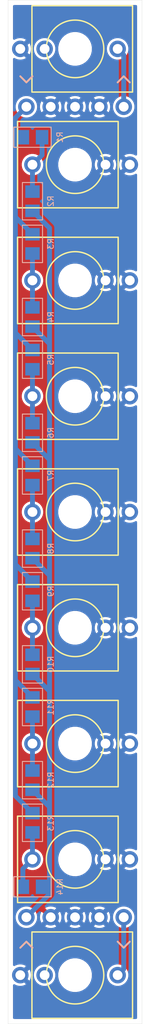
<source format=kicad_pcb>
(kicad_pcb (version 4) (host pcbnew 4.0.5)

  (general
    (links 51)
    (no_connects 0)
    (area -9.284 -53.352701 34.149 53.352701)
    (thickness 1.6)
    (drawings 12)
    (tracks 62)
    (zones 0)
    (modules 25)
    (nets 15)
  )

  (page A4)
  (layers
    (0 F.Cu signal)
    (31 B.Cu signal)
    (32 B.Adhes user)
    (33 F.Adhes user)
    (34 B.Paste user)
    (35 F.Paste user)
    (36 B.SilkS user)
    (37 F.SilkS user)
    (38 B.Mask user)
    (39 F.Mask user)
    (40 Dwgs.User user)
    (41 Cmts.User user)
    (42 Eco1.User user)
    (43 Eco2.User user)
    (44 Edge.Cuts user)
    (45 Margin user)
    (46 B.CrtYd user)
    (47 F.CrtYd user)
    (48 B.Fab user)
    (49 F.Fab user)
  )

  (setup
    (last_trace_width 0.254)
    (user_trace_width 0.508)
    (trace_clearance 0.254)
    (zone_clearance 0.254)
    (zone_45_only yes)
    (trace_min 0.1524)
    (segment_width 0.2)
    (edge_width 0.0254)
    (via_size 0.762)
    (via_drill 0.381)
    (via_min_size 0.6858)
    (via_min_drill 0.3302)
    (uvia_size 0.0508)
    (uvia_drill 0.0254)
    (uvias_allowed no)
    (uvia_min_size 0)
    (uvia_min_drill 0)
    (pcb_text_width 0.3)
    (pcb_text_size 1.5 1.5)
    (mod_edge_width 0.15)
    (mod_text_size 1 1)
    (mod_text_width 0.15)
    (pad_size 1.524 1.524)
    (pad_drill 0.762)
    (pad_to_mask_clearance 0.1016)
    (aux_axis_origin 0 0)
    (visible_elements FFFEFFFF)
    (pcbplotparams
      (layerselection 0x010f0_80000001)
      (usegerberextensions true)
      (excludeedgelayer true)
      (linewidth 0.100000)
      (plotframeref false)
      (viasonmask false)
      (mode 1)
      (useauxorigin false)
      (hpglpennumber 1)
      (hpglpenspeed 20)
      (hpglpendiameter 15)
      (hpglpenoverlay 2)
      (psnegative false)
      (psa4output false)
      (plotreference true)
      (plotvalue true)
      (plotinvisibletext false)
      (padsonsilk false)
      (subtractmaskfromsilk false)
      (outputformat 1)
      (mirror false)
      (drillshape 0)
      (scaleselection 1)
      (outputdirectory gerbers))
  )

  (net 0 "")
  (net 1 GND)
  (net 2 "Net-(J1-Pad2)")
  (net 3 "Net-(J1-Pad3)")
  (net 4 "Net-(J2-Pad3)")
  (net 5 "Net-(J3-Pad3)")
  (net 6 "Net-(J4-Pad3)")
  (net 7 "Net-(J5-Pad3)")
  (net 8 "Net-(J6-Pad3)")
  (net 9 "Net-(J7-Pad3)")
  (net 10 "Net-(J8-Pad3)")
  (net 11 "Net-(J9-Pad2)")
  (net 12 "Net-(J9-Pad3)")
  (net 13 "Net-(P1-Pad1)")
  (net 14 "Net-(P2-Pad1)")

  (net_class Default "This is the default net class."
    (clearance 0.254)
    (trace_width 0.254)
    (via_dia 0.762)
    (via_drill 0.381)
    (uvia_dia 0.0508)
    (uvia_drill 0.0254)
    (add_net GND)
    (add_net "Net-(J1-Pad2)")
    (add_net "Net-(J1-Pad3)")
    (add_net "Net-(J2-Pad3)")
    (add_net "Net-(J3-Pad3)")
    (add_net "Net-(J4-Pad3)")
    (add_net "Net-(J5-Pad3)")
    (add_net "Net-(J6-Pad3)")
    (add_net "Net-(J7-Pad3)")
    (add_net "Net-(J8-Pad3)")
    (add_net "Net-(J9-Pad2)")
    (add_net "Net-(J9-Pad3)")
    (add_net "Net-(P1-Pad1)")
    (add_net "Net-(P2-Pad1)")
  )

  (module nearness:Pin_1x5 (layer F.Cu) (tedit 59ACF3F7) (tstamp 59ACF5BF)
    (at 0 -42.2275 90)
    (path /59A8C4A0)
    (fp_text reference P1 (at 0 -7.62 90) (layer F.SilkS) hide
      (effects (font (size 1 1) (thickness 0.15)))
    )
    (fp_text value CONN_01X05 (at 0 7.62 90) (layer F.Fab)
      (effects (font (size 1 1) (thickness 0.15)))
    )
    (pad 1 thru_hole circle (at 0 -5.08 90) (size 1.7272 1.7272) (drill 1.016) (layers *.Cu *.Mask)
      (net 13 "Net-(P1-Pad1)"))
    (pad 2 thru_hole circle (at 0 -2.54 90) (size 1.7272 1.7272) (drill 1.016) (layers *.Cu *.Mask)
      (net 1 GND))
    (pad 3 thru_hole circle (at 0 0 90) (size 1.7272 1.7272) (drill 1.016) (layers *.Cu *.Mask)
      (net 1 GND))
    (pad 4 thru_hole circle (at 0 2.54 90) (size 1.7272 1.7272) (drill 1.016) (layers *.Cu *.Mask)
      (net 1 GND))
    (pad 5 thru_hole circle (at 0 5.08 90) (size 1.7272 1.7272) (drill 1.016) (layers *.Cu *.Mask)
      (net 3 "Net-(J1-Pad3)"))
  )

  (module nearness:Pin_1x5 (layer F.Cu) (tedit 59ACF3FA) (tstamp 59ACF5C8)
    (at 0 42.2275 90)
    (path /59A8C638)
    (fp_text reference P2 (at 0 -7.62 90) (layer F.SilkS) hide
      (effects (font (size 1 1) (thickness 0.15)))
    )
    (fp_text value CONN_01X05 (at 0 7.62 90) (layer F.Fab)
      (effects (font (size 1 1) (thickness 0.15)))
    )
    (pad 1 thru_hole circle (at 0 -5.08 90) (size 1.7272 1.7272) (drill 1.016) (layers *.Cu *.Mask)
      (net 14 "Net-(P2-Pad1)"))
    (pad 2 thru_hole circle (at 0 -2.54 90) (size 1.7272 1.7272) (drill 1.016) (layers *.Cu *.Mask)
      (net 1 GND))
    (pad 3 thru_hole circle (at 0 0 90) (size 1.7272 1.7272) (drill 1.016) (layers *.Cu *.Mask)
      (net 1 GND))
    (pad 4 thru_hole circle (at 0 2.54 90) (size 1.7272 1.7272) (drill 1.016) (layers *.Cu *.Mask)
      (net 1 GND))
    (pad 5 thru_hole circle (at 0 5.08 90) (size 1.7272 1.7272) (drill 1.016) (layers *.Cu *.Mask)
      (net 12 "Net-(J9-Pad3)"))
  )

  (module nearness:0805 (layer B.Cu) (tedit 5A4878B8) (tstamp 59ACF606)
    (at -4.445 -39.0525 180)
    (path /58FD7DBD)
    (fp_text reference R1 (at -2.8575 0 270) (layer B.SilkS)
      (effects (font (size 0.6 0.6) (thickness 0.1)) (justify mirror))
    )
    (fp_text value 100k (at 0 -1.905 180) (layer B.Fab)
      (effects (font (size 0.6 0.6) (thickness 0.1)) (justify mirror))
    )
    (fp_line (start -1.95 1.05) (end 1.95 1.05) (layer B.SilkS) (width 0.1))
    (fp_line (start 1.95 1.05) (end 1.95 -1.05) (layer B.SilkS) (width 0.1))
    (fp_line (start 1.95 -1.05) (end -1.95 -1.05) (layer B.SilkS) (width 0.1))
    (fp_line (start -1.95 -1.05) (end -1.95 1.05) (layer B.SilkS) (width 0.1))
    (fp_line (start -1 0.625) (end 1 0.625) (layer B.Fab) (width 0.1))
    (fp_line (start 1 0.625) (end 1 -0.625) (layer B.Fab) (width 0.1))
    (fp_line (start 1 -0.625) (end -1 -0.625) (layer B.Fab) (width 0.1))
    (fp_line (start -1 -0.625) (end -1 0.625) (layer B.Fab) (width 0.1))
    (pad 1 smd rect (at -1 0 180) (size 1.3 1.5) (layers B.Cu B.Paste B.Mask)
      (net 4 "Net-(J2-Pad3)"))
    (pad 2 smd rect (at 1 0 180) (size 1.3 1.5) (layers B.Cu B.Paste B.Mask)
      (net 13 "Net-(P1-Pad1)"))
  )

  (module nearness:0805 (layer B.Cu) (tedit 59AD355D) (tstamp 59ACF614)
    (at -4.445 -32.385 270)
    (path /58FD7E0E)
    (fp_text reference R2 (at 0 -1.905 450) (layer B.SilkS)
      (effects (font (size 0.6 0.6) (thickness 0.1)) (justify mirror))
    )
    (fp_text value 1M67 (at 0 -1.905 270) (layer B.Fab)
      (effects (font (size 0.6 0.6) (thickness 0.1)) (justify mirror))
    )
    (fp_line (start -1.95 1.05) (end 1.95 1.05) (layer B.SilkS) (width 0.1))
    (fp_line (start 1.95 1.05) (end 1.95 -1.05) (layer B.SilkS) (width 0.1))
    (fp_line (start 1.95 -1.05) (end -1.95 -1.05) (layer B.SilkS) (width 0.1))
    (fp_line (start -1.95 -1.05) (end -1.95 1.05) (layer B.SilkS) (width 0.1))
    (fp_line (start -1 0.625) (end 1 0.625) (layer B.Fab) (width 0.1))
    (fp_line (start 1 0.625) (end 1 -0.625) (layer B.Fab) (width 0.1))
    (fp_line (start 1 -0.625) (end -1 -0.625) (layer B.Fab) (width 0.1))
    (fp_line (start -1 -0.625) (end -1 0.625) (layer B.Fab) (width 0.1))
    (pad 1 smd rect (at -1 0 270) (size 1.3 1.5) (layers B.Cu B.Paste B.Mask)
      (net 4 "Net-(J2-Pad3)"))
    (pad 2 smd rect (at 1 0 270) (size 1.3 1.5) (layers B.Cu B.Paste B.Mask)
      (net 14 "Net-(P2-Pad1)"))
  )

  (module nearness:0805 (layer B.Cu) (tedit 59AD3561) (tstamp 59ACF622)
    (at -4.445 -27.94 90)
    (path /58FD7EF4)
    (fp_text reference R3 (at 0 1.905 90) (layer B.SilkS)
      (effects (font (size 0.6 0.6) (thickness 0.1)) (justify mirror))
    )
    (fp_text value 103k (at 0 -1.905 90) (layer B.Fab)
      (effects (font (size 0.6 0.6) (thickness 0.1)) (justify mirror))
    )
    (fp_line (start -1.95 1.05) (end 1.95 1.05) (layer B.SilkS) (width 0.1))
    (fp_line (start 1.95 1.05) (end 1.95 -1.05) (layer B.SilkS) (width 0.1))
    (fp_line (start 1.95 -1.05) (end -1.95 -1.05) (layer B.SilkS) (width 0.1))
    (fp_line (start -1.95 -1.05) (end -1.95 1.05) (layer B.SilkS) (width 0.1))
    (fp_line (start -1 0.625) (end 1 0.625) (layer B.Fab) (width 0.1))
    (fp_line (start 1 0.625) (end 1 -0.625) (layer B.Fab) (width 0.1))
    (fp_line (start 1 -0.625) (end -1 -0.625) (layer B.Fab) (width 0.1))
    (fp_line (start -1 -0.625) (end -1 0.625) (layer B.Fab) (width 0.1))
    (pad 1 smd rect (at -1 0 90) (size 1.3 1.5) (layers B.Cu B.Paste B.Mask)
      (net 5 "Net-(J3-Pad3)"))
    (pad 2 smd rect (at 1 0 90) (size 1.3 1.5) (layers B.Cu B.Paste B.Mask)
      (net 13 "Net-(P1-Pad1)"))
  )

  (module nearness:0805 (layer B.Cu) (tedit 59AD35CC) (tstamp 59ACF630)
    (at -4.445 -20.32 270)
    (path /58FD7EFA)
    (fp_text reference R4 (at 0 -1.905 270) (layer B.SilkS)
      (effects (font (size 0.6 0.6) (thickness 0.1)) (justify mirror))
    )
    (fp_text value 439k (at 0 -1.905 270) (layer B.Fab)
      (effects (font (size 0.6 0.6) (thickness 0.1)) (justify mirror))
    )
    (fp_line (start -1.95 1.05) (end 1.95 1.05) (layer B.SilkS) (width 0.1))
    (fp_line (start 1.95 1.05) (end 1.95 -1.05) (layer B.SilkS) (width 0.1))
    (fp_line (start 1.95 -1.05) (end -1.95 -1.05) (layer B.SilkS) (width 0.1))
    (fp_line (start -1.95 -1.05) (end -1.95 1.05) (layer B.SilkS) (width 0.1))
    (fp_line (start -1 0.625) (end 1 0.625) (layer B.Fab) (width 0.1))
    (fp_line (start 1 0.625) (end 1 -0.625) (layer B.Fab) (width 0.1))
    (fp_line (start 1 -0.625) (end -1 -0.625) (layer B.Fab) (width 0.1))
    (fp_line (start -1 -0.625) (end -1 0.625) (layer B.Fab) (width 0.1))
    (pad 1 smd rect (at -1 0 270) (size 1.3 1.5) (layers B.Cu B.Paste B.Mask)
      (net 5 "Net-(J3-Pad3)"))
    (pad 2 smd rect (at 1 0 270) (size 1.3 1.5) (layers B.Cu B.Paste B.Mask)
      (net 14 "Net-(P2-Pad1)"))
  )

  (module nearness:0805 (layer B.Cu) (tedit 58FF14BD) (tstamp 59ACF63E)
    (at -4.445 -15.875 90)
    (path /58FD7FD6)
    (fp_text reference R5 (at 0 1.905 90) (layer B.SilkS)
      (effects (font (size 0.6 0.6) (thickness 0.1)) (justify mirror))
    )
    (fp_text value 113k (at 0 -1.905 90) (layer B.Fab)
      (effects (font (size 0.6 0.6) (thickness 0.1)) (justify mirror))
    )
    (fp_line (start -1.95 1.05) (end 1.95 1.05) (layer B.SilkS) (width 0.1))
    (fp_line (start 1.95 1.05) (end 1.95 -1.05) (layer B.SilkS) (width 0.1))
    (fp_line (start 1.95 -1.05) (end -1.95 -1.05) (layer B.SilkS) (width 0.1))
    (fp_line (start -1.95 -1.05) (end -1.95 1.05) (layer B.SilkS) (width 0.1))
    (fp_line (start -1 0.625) (end 1 0.625) (layer B.Fab) (width 0.1))
    (fp_line (start 1 0.625) (end 1 -0.625) (layer B.Fab) (width 0.1))
    (fp_line (start 1 -0.625) (end -1 -0.625) (layer B.Fab) (width 0.1))
    (fp_line (start -1 -0.625) (end -1 0.625) (layer B.Fab) (width 0.1))
    (pad 1 smd rect (at -1 0 90) (size 1.3 1.5) (layers B.Cu B.Paste B.Mask)
      (net 6 "Net-(J4-Pad3)"))
    (pad 2 smd rect (at 1 0 90) (size 1.3 1.5) (layers B.Cu B.Paste B.Mask)
      (net 13 "Net-(P1-Pad1)"))
  )

  (module nearness:0805 (layer B.Cu) (tedit 59AD4203) (tstamp 59ACF64C)
    (at -4.445 -8.255 270)
    (path /58FD7FDC)
    (fp_text reference R6 (at 0 -1.905 270) (layer B.SilkS)
      (effects (font (size 0.6 0.6) (thickness 0.1)) (justify mirror))
    )
    (fp_text value 215k (at 0 -1.905 270) (layer B.Fab)
      (effects (font (size 0.6 0.6) (thickness 0.1)) (justify mirror))
    )
    (fp_line (start -1.95 1.05) (end 1.95 1.05) (layer B.SilkS) (width 0.1))
    (fp_line (start 1.95 1.05) (end 1.95 -1.05) (layer B.SilkS) (width 0.1))
    (fp_line (start 1.95 -1.05) (end -1.95 -1.05) (layer B.SilkS) (width 0.1))
    (fp_line (start -1.95 -1.05) (end -1.95 1.05) (layer B.SilkS) (width 0.1))
    (fp_line (start -1 0.625) (end 1 0.625) (layer B.Fab) (width 0.1))
    (fp_line (start 1 0.625) (end 1 -0.625) (layer B.Fab) (width 0.1))
    (fp_line (start 1 -0.625) (end -1 -0.625) (layer B.Fab) (width 0.1))
    (fp_line (start -1 -0.625) (end -1 0.625) (layer B.Fab) (width 0.1))
    (pad 1 smd rect (at -1 0 270) (size 1.3 1.5) (layers B.Cu B.Paste B.Mask)
      (net 6 "Net-(J4-Pad3)"))
    (pad 2 smd rect (at 1 0 270) (size 1.3 1.5) (layers B.Cu B.Paste B.Mask)
      (net 14 "Net-(P2-Pad1)"))
  )

  (module nearness:0805 (layer B.Cu) (tedit 58FF14BD) (tstamp 59ACF65A)
    (at -4.445 -3.81 90)
    (path /58FD7FE2)
    (fp_text reference R7 (at 0 1.905 90) (layer B.SilkS)
      (effects (font (size 0.6 0.6) (thickness 0.1)) (justify mirror))
    )
    (fp_text value 141k (at 0 -1.905 90) (layer B.Fab)
      (effects (font (size 0.6 0.6) (thickness 0.1)) (justify mirror))
    )
    (fp_line (start -1.95 1.05) (end 1.95 1.05) (layer B.SilkS) (width 0.1))
    (fp_line (start 1.95 1.05) (end 1.95 -1.05) (layer B.SilkS) (width 0.1))
    (fp_line (start 1.95 -1.05) (end -1.95 -1.05) (layer B.SilkS) (width 0.1))
    (fp_line (start -1.95 -1.05) (end -1.95 1.05) (layer B.SilkS) (width 0.1))
    (fp_line (start -1 0.625) (end 1 0.625) (layer B.Fab) (width 0.1))
    (fp_line (start 1 0.625) (end 1 -0.625) (layer B.Fab) (width 0.1))
    (fp_line (start 1 -0.625) (end -1 -0.625) (layer B.Fab) (width 0.1))
    (fp_line (start -1 -0.625) (end -1 0.625) (layer B.Fab) (width 0.1))
    (pad 1 smd rect (at -1 0 90) (size 1.3 1.5) (layers B.Cu B.Paste B.Mask)
      (net 7 "Net-(J5-Pad3)"))
    (pad 2 smd rect (at 1 0 90) (size 1.3 1.5) (layers B.Cu B.Paste B.Mask)
      (net 13 "Net-(P1-Pad1)"))
  )

  (module nearness:0805 (layer B.Cu) (tedit 59AD35B1) (tstamp 59ACF668)
    (at -4.445 3.81 270)
    (path /58FD7FE8)
    (fp_text reference R8 (at 0 -1.905 270) (layer B.SilkS)
      (effects (font (size 0.6 0.6) (thickness 0.1)) (justify mirror))
    )
    (fp_text value 141k (at 0 -1.905 270) (layer B.Fab)
      (effects (font (size 0.6 0.6) (thickness 0.1)) (justify mirror))
    )
    (fp_line (start -1.95 1.05) (end 1.95 1.05) (layer B.SilkS) (width 0.1))
    (fp_line (start 1.95 1.05) (end 1.95 -1.05) (layer B.SilkS) (width 0.1))
    (fp_line (start 1.95 -1.05) (end -1.95 -1.05) (layer B.SilkS) (width 0.1))
    (fp_line (start -1.95 -1.05) (end -1.95 1.05) (layer B.SilkS) (width 0.1))
    (fp_line (start -1 0.625) (end 1 0.625) (layer B.Fab) (width 0.1))
    (fp_line (start 1 0.625) (end 1 -0.625) (layer B.Fab) (width 0.1))
    (fp_line (start 1 -0.625) (end -1 -0.625) (layer B.Fab) (width 0.1))
    (fp_line (start -1 -0.625) (end -1 0.625) (layer B.Fab) (width 0.1))
    (pad 1 smd rect (at -1 0 270) (size 1.3 1.5) (layers B.Cu B.Paste B.Mask)
      (net 7 "Net-(J5-Pad3)"))
    (pad 2 smd rect (at 1 0 270) (size 1.3 1.5) (layers B.Cu B.Paste B.Mask)
      (net 14 "Net-(P2-Pad1)"))
  )

  (module nearness:0805 (layer B.Cu) (tedit 58FF14BD) (tstamp 59ACF676)
    (at -4.445 8.255 90)
    (path /58FD817A)
    (fp_text reference R9 (at 0 1.905 90) (layer B.SilkS)
      (effects (font (size 0.6 0.6) (thickness 0.1)) (justify mirror))
    )
    (fp_text value 215k (at 0 -1.905 90) (layer B.Fab)
      (effects (font (size 0.6 0.6) (thickness 0.1)) (justify mirror))
    )
    (fp_line (start -1.95 1.05) (end 1.95 1.05) (layer B.SilkS) (width 0.1))
    (fp_line (start 1.95 1.05) (end 1.95 -1.05) (layer B.SilkS) (width 0.1))
    (fp_line (start 1.95 -1.05) (end -1.95 -1.05) (layer B.SilkS) (width 0.1))
    (fp_line (start -1.95 -1.05) (end -1.95 1.05) (layer B.SilkS) (width 0.1))
    (fp_line (start -1 0.625) (end 1 0.625) (layer B.Fab) (width 0.1))
    (fp_line (start 1 0.625) (end 1 -0.625) (layer B.Fab) (width 0.1))
    (fp_line (start 1 -0.625) (end -1 -0.625) (layer B.Fab) (width 0.1))
    (fp_line (start -1 -0.625) (end -1 0.625) (layer B.Fab) (width 0.1))
    (pad 1 smd rect (at -1 0 90) (size 1.3 1.5) (layers B.Cu B.Paste B.Mask)
      (net 8 "Net-(J6-Pad3)"))
    (pad 2 smd rect (at 1 0 90) (size 1.3 1.5) (layers B.Cu B.Paste B.Mask)
      (net 13 "Net-(P1-Pad1)"))
  )

  (module nearness:0805 (layer B.Cu) (tedit 59AD35B9) (tstamp 59ACF684)
    (at -4.445 15.875 270)
    (path /58FD8180)
    (fp_text reference R10 (at 0 -1.905 270) (layer B.SilkS)
      (effects (font (size 0.6 0.6) (thickness 0.1)) (justify mirror))
    )
    (fp_text value 113k (at 0 -1.905 270) (layer B.Fab)
      (effects (font (size 0.6 0.6) (thickness 0.1)) (justify mirror))
    )
    (fp_line (start -1.95 1.05) (end 1.95 1.05) (layer B.SilkS) (width 0.1))
    (fp_line (start 1.95 1.05) (end 1.95 -1.05) (layer B.SilkS) (width 0.1))
    (fp_line (start 1.95 -1.05) (end -1.95 -1.05) (layer B.SilkS) (width 0.1))
    (fp_line (start -1.95 -1.05) (end -1.95 1.05) (layer B.SilkS) (width 0.1))
    (fp_line (start -1 0.625) (end 1 0.625) (layer B.Fab) (width 0.1))
    (fp_line (start 1 0.625) (end 1 -0.625) (layer B.Fab) (width 0.1))
    (fp_line (start 1 -0.625) (end -1 -0.625) (layer B.Fab) (width 0.1))
    (fp_line (start -1 -0.625) (end -1 0.625) (layer B.Fab) (width 0.1))
    (pad 1 smd rect (at -1 0 270) (size 1.3 1.5) (layers B.Cu B.Paste B.Mask)
      (net 8 "Net-(J6-Pad3)"))
    (pad 2 smd rect (at 1 0 270) (size 1.3 1.5) (layers B.Cu B.Paste B.Mask)
      (net 14 "Net-(P2-Pad1)"))
  )

  (module nearness:0805 (layer B.Cu) (tedit 58FF14BD) (tstamp 59ACF692)
    (at -4.445 20.32 90)
    (path /58FD8186)
    (fp_text reference R11 (at 0 1.905 90) (layer B.SilkS)
      (effects (font (size 0.6 0.6) (thickness 0.1)) (justify mirror))
    )
    (fp_text value 439k (at 0 -1.905 90) (layer B.Fab)
      (effects (font (size 0.6 0.6) (thickness 0.1)) (justify mirror))
    )
    (fp_line (start -1.95 1.05) (end 1.95 1.05) (layer B.SilkS) (width 0.1))
    (fp_line (start 1.95 1.05) (end 1.95 -1.05) (layer B.SilkS) (width 0.1))
    (fp_line (start 1.95 -1.05) (end -1.95 -1.05) (layer B.SilkS) (width 0.1))
    (fp_line (start -1.95 -1.05) (end -1.95 1.05) (layer B.SilkS) (width 0.1))
    (fp_line (start -1 0.625) (end 1 0.625) (layer B.Fab) (width 0.1))
    (fp_line (start 1 0.625) (end 1 -0.625) (layer B.Fab) (width 0.1))
    (fp_line (start 1 -0.625) (end -1 -0.625) (layer B.Fab) (width 0.1))
    (fp_line (start -1 -0.625) (end -1 0.625) (layer B.Fab) (width 0.1))
    (pad 1 smd rect (at -1 0 90) (size 1.3 1.5) (layers B.Cu B.Paste B.Mask)
      (net 9 "Net-(J7-Pad3)"))
    (pad 2 smd rect (at 1 0 90) (size 1.3 1.5) (layers B.Cu B.Paste B.Mask)
      (net 13 "Net-(P1-Pad1)"))
  )

  (module nearness:0805 (layer B.Cu) (tedit 59AD35BE) (tstamp 59ACF6A0)
    (at -4.445 27.94 270)
    (path /58FD818C)
    (fp_text reference R12 (at 0 -1.905 270) (layer B.SilkS)
      (effects (font (size 0.6 0.6) (thickness 0.1)) (justify mirror))
    )
    (fp_text value 103k (at 0 -1.905 270) (layer B.Fab)
      (effects (font (size 0.6 0.6) (thickness 0.1)) (justify mirror))
    )
    (fp_line (start -1.95 1.05) (end 1.95 1.05) (layer B.SilkS) (width 0.1))
    (fp_line (start 1.95 1.05) (end 1.95 -1.05) (layer B.SilkS) (width 0.1))
    (fp_line (start 1.95 -1.05) (end -1.95 -1.05) (layer B.SilkS) (width 0.1))
    (fp_line (start -1.95 -1.05) (end -1.95 1.05) (layer B.SilkS) (width 0.1))
    (fp_line (start -1 0.625) (end 1 0.625) (layer B.Fab) (width 0.1))
    (fp_line (start 1 0.625) (end 1 -0.625) (layer B.Fab) (width 0.1))
    (fp_line (start 1 -0.625) (end -1 -0.625) (layer B.Fab) (width 0.1))
    (fp_line (start -1 -0.625) (end -1 0.625) (layer B.Fab) (width 0.1))
    (pad 1 smd rect (at -1 0 270) (size 1.3 1.5) (layers B.Cu B.Paste B.Mask)
      (net 9 "Net-(J7-Pad3)"))
    (pad 2 smd rect (at 1 0 270) (size 1.3 1.5) (layers B.Cu B.Paste B.Mask)
      (net 14 "Net-(P2-Pad1)"))
  )

  (module nearness:0805 (layer B.Cu) (tedit 58FF14BD) (tstamp 59ACF6AE)
    (at -4.445 32.385 90)
    (path /58FD8192)
    (fp_text reference R13 (at 0 1.905 90) (layer B.SilkS)
      (effects (font (size 0.6 0.6) (thickness 0.1)) (justify mirror))
    )
    (fp_text value 1M67 (at 0 -1.905 90) (layer B.Fab)
      (effects (font (size 0.6 0.6) (thickness 0.1)) (justify mirror))
    )
    (fp_line (start -1.95 1.05) (end 1.95 1.05) (layer B.SilkS) (width 0.1))
    (fp_line (start 1.95 1.05) (end 1.95 -1.05) (layer B.SilkS) (width 0.1))
    (fp_line (start 1.95 -1.05) (end -1.95 -1.05) (layer B.SilkS) (width 0.1))
    (fp_line (start -1.95 -1.05) (end -1.95 1.05) (layer B.SilkS) (width 0.1))
    (fp_line (start -1 0.625) (end 1 0.625) (layer B.Fab) (width 0.1))
    (fp_line (start 1 0.625) (end 1 -0.625) (layer B.Fab) (width 0.1))
    (fp_line (start 1 -0.625) (end -1 -0.625) (layer B.Fab) (width 0.1))
    (fp_line (start -1 -0.625) (end -1 0.625) (layer B.Fab) (width 0.1))
    (pad 1 smd rect (at -1 0 90) (size 1.3 1.5) (layers B.Cu B.Paste B.Mask)
      (net 10 "Net-(J8-Pad3)"))
    (pad 2 smd rect (at 1 0 90) (size 1.3 1.5) (layers B.Cu B.Paste B.Mask)
      (net 13 "Net-(P1-Pad1)"))
  )

  (module nearness:0805 (layer B.Cu) (tedit 5A4878C4) (tstamp 59ACF6BC)
    (at -4.445 39.0525)
    (path /58FD8198)
    (fp_text reference R14 (at 2.8575 0 90) (layer B.SilkS)
      (effects (font (size 0.6 0.6) (thickness 0.1)) (justify mirror))
    )
    (fp_text value 100k (at 0 -1.905) (layer B.Fab)
      (effects (font (size 0.6 0.6) (thickness 0.1)) (justify mirror))
    )
    (fp_line (start -1.95 1.05) (end 1.95 1.05) (layer B.SilkS) (width 0.1))
    (fp_line (start 1.95 1.05) (end 1.95 -1.05) (layer B.SilkS) (width 0.1))
    (fp_line (start 1.95 -1.05) (end -1.95 -1.05) (layer B.SilkS) (width 0.1))
    (fp_line (start -1.95 -1.05) (end -1.95 1.05) (layer B.SilkS) (width 0.1))
    (fp_line (start -1 0.625) (end 1 0.625) (layer B.Fab) (width 0.1))
    (fp_line (start 1 0.625) (end 1 -0.625) (layer B.Fab) (width 0.1))
    (fp_line (start 1 -0.625) (end -1 -0.625) (layer B.Fab) (width 0.1))
    (fp_line (start -1 -0.625) (end -1 0.625) (layer B.Fab) (width 0.1))
    (pad 1 smd rect (at -1 0) (size 1.3 1.5) (layers B.Cu B.Paste B.Mask)
      (net 10 "Net-(J8-Pad3)"))
    (pad 2 smd rect (at 1 0) (size 1.3 1.5) (layers B.Cu B.Paste B.Mask)
      (net 14 "Net-(P2-Pad1)"))
  )

  (module nearness:PJ301M12 (layer F.Cu) (tedit 59AD1DF4) (tstamp 59ACF5B6)
    (at 0 48.26 270)
    (path /58FD8B0F)
    (fp_text reference J9 (at 0 8.255 270) (layer F.SilkS) hide
      (effects (font (size 1 1) (thickness 0.15)))
    )
    (fp_text value PJ301M12 (at 0 -6.985 270) (layer F.Fab)
      (effects (font (size 1 1) (thickness 0.15)))
    )
    (fp_line (start -4.5 -6) (end 4.5 -6) (layer F.SilkS) (width 0.15))
    (fp_line (start 4.5 -6) (end 4.5 4.5) (layer F.SilkS) (width 0.15))
    (fp_line (start 4.5 4.5) (end -4.5 4.5) (layer F.SilkS) (width 0.15))
    (fp_line (start -4.5 4.5) (end -4.5 -6) (layer F.SilkS) (width 0.15))
    (fp_circle (center 0 0) (end 3 0) (layer F.SilkS) (width 0.15))
    (pad 1 thru_hole circle (at 0 5.715 270) (size 1.7272 1.7272) (drill 1.016) (layers *.Cu *.Mask)
      (net 1 GND))
    (pad 2 thru_hole circle (at 0 3.175 270) (size 1.7272 1.7272) (drill 1.016) (layers *.Cu *.Mask)
      (net 11 "Net-(J9-Pad2)"))
    (pad 3 thru_hole circle (at 0 -4.445 270) (size 1.7272 1.7272) (drill 1.016) (layers *.Cu *.Mask)
      (net 12 "Net-(J9-Pad3)"))
    (pad "" np_thru_hole circle (at 0 0 270) (size 3 3) (drill 3) (layers *.Cu *.Mask))
  )

  (module nearness:PJ301M12 (layer F.Cu) (tedit 59AD1DF2) (tstamp 59ACF5AA)
    (at 0 36.195 90)
    (path /58FD7B60)
    (fp_text reference J8 (at 0 8.255 90) (layer F.SilkS) hide
      (effects (font (size 1 1) (thickness 0.15)))
    )
    (fp_text value PJ301M12 (at 0 -6.985 90) (layer F.Fab)
      (effects (font (size 1 1) (thickness 0.15)))
    )
    (fp_line (start -4.5 -6) (end 4.5 -6) (layer F.SilkS) (width 0.15))
    (fp_line (start 4.5 -6) (end 4.5 4.5) (layer F.SilkS) (width 0.15))
    (fp_line (start 4.5 4.5) (end -4.5 4.5) (layer F.SilkS) (width 0.15))
    (fp_line (start -4.5 4.5) (end -4.5 -6) (layer F.SilkS) (width 0.15))
    (fp_circle (center 0 0) (end 3 0) (layer F.SilkS) (width 0.15))
    (pad 1 thru_hole circle (at 0 5.715 90) (size 1.7272 1.7272) (drill 1.016) (layers *.Cu *.Mask)
      (net 1 GND))
    (pad 2 thru_hole circle (at 0 3.175 90) (size 1.7272 1.7272) (drill 1.016) (layers *.Cu *.Mask)
      (net 1 GND))
    (pad 3 thru_hole circle (at 0 -4.445 90) (size 1.7272 1.7272) (drill 1.016) (layers *.Cu *.Mask)
      (net 10 "Net-(J8-Pad3)"))
    (pad "" np_thru_hole circle (at 0 0 90) (size 3 3) (drill 3) (layers *.Cu *.Mask))
  )

  (module nearness:PJ301M12 (layer F.Cu) (tedit 59AD1DEF) (tstamp 59ACF59E)
    (at 0 24.13 90)
    (path /58FD7B37)
    (fp_text reference J7 (at 0 8.255 90) (layer F.SilkS) hide
      (effects (font (size 1 1) (thickness 0.15)))
    )
    (fp_text value PJ301M12 (at 0 -6.985 90) (layer F.Fab)
      (effects (font (size 1 1) (thickness 0.15)))
    )
    (fp_line (start -4.5 -6) (end 4.5 -6) (layer F.SilkS) (width 0.15))
    (fp_line (start 4.5 -6) (end 4.5 4.5) (layer F.SilkS) (width 0.15))
    (fp_line (start 4.5 4.5) (end -4.5 4.5) (layer F.SilkS) (width 0.15))
    (fp_line (start -4.5 4.5) (end -4.5 -6) (layer F.SilkS) (width 0.15))
    (fp_circle (center 0 0) (end 3 0) (layer F.SilkS) (width 0.15))
    (pad 1 thru_hole circle (at 0 5.715 90) (size 1.7272 1.7272) (drill 1.016) (layers *.Cu *.Mask)
      (net 1 GND))
    (pad 2 thru_hole circle (at 0 3.175 90) (size 1.7272 1.7272) (drill 1.016) (layers *.Cu *.Mask)
      (net 1 GND))
    (pad 3 thru_hole circle (at 0 -4.445 90) (size 1.7272 1.7272) (drill 1.016) (layers *.Cu *.Mask)
      (net 9 "Net-(J7-Pad3)"))
    (pad "" np_thru_hole circle (at 0 0 90) (size 3 3) (drill 3) (layers *.Cu *.Mask))
  )

  (module nearness:PJ301M12 (layer F.Cu) (tedit 59AD1DEC) (tstamp 59ACF592)
    (at 0 12.065 90)
    (path /58FD7B16)
    (fp_text reference J6 (at 0 8.255 90) (layer F.SilkS) hide
      (effects (font (size 1 1) (thickness 0.15)))
    )
    (fp_text value PJ301M12 (at 0 -6.985 90) (layer F.Fab)
      (effects (font (size 1 1) (thickness 0.15)))
    )
    (fp_line (start -4.5 -6) (end 4.5 -6) (layer F.SilkS) (width 0.15))
    (fp_line (start 4.5 -6) (end 4.5 4.5) (layer F.SilkS) (width 0.15))
    (fp_line (start 4.5 4.5) (end -4.5 4.5) (layer F.SilkS) (width 0.15))
    (fp_line (start -4.5 4.5) (end -4.5 -6) (layer F.SilkS) (width 0.15))
    (fp_circle (center 0 0) (end 3 0) (layer F.SilkS) (width 0.15))
    (pad 1 thru_hole circle (at 0 5.715 90) (size 1.7272 1.7272) (drill 1.016) (layers *.Cu *.Mask)
      (net 1 GND))
    (pad 2 thru_hole circle (at 0 3.175 90) (size 1.7272 1.7272) (drill 1.016) (layers *.Cu *.Mask)
      (net 1 GND))
    (pad 3 thru_hole circle (at 0 -4.445 90) (size 1.7272 1.7272) (drill 1.016) (layers *.Cu *.Mask)
      (net 8 "Net-(J6-Pad3)"))
    (pad "" np_thru_hole circle (at 0 0 90) (size 3 3) (drill 3) (layers *.Cu *.Mask))
  )

  (module nearness:PJ301M12 (layer F.Cu) (tedit 59AD1DE9) (tstamp 59ACF586)
    (at 0 0 90)
    (path /58FD7AF2)
    (fp_text reference J5 (at 0 8.255 90) (layer F.SilkS) hide
      (effects (font (size 1 1) (thickness 0.15)))
    )
    (fp_text value PJ301M12 (at 0 -6.985 90) (layer F.Fab)
      (effects (font (size 1 1) (thickness 0.15)))
    )
    (fp_line (start -4.5 -6) (end 4.5 -6) (layer F.SilkS) (width 0.15))
    (fp_line (start 4.5 -6) (end 4.5 4.5) (layer F.SilkS) (width 0.15))
    (fp_line (start 4.5 4.5) (end -4.5 4.5) (layer F.SilkS) (width 0.15))
    (fp_line (start -4.5 4.5) (end -4.5 -6) (layer F.SilkS) (width 0.15))
    (fp_circle (center 0 0) (end 3 0) (layer F.SilkS) (width 0.15))
    (pad 1 thru_hole circle (at 0 5.715 90) (size 1.7272 1.7272) (drill 1.016) (layers *.Cu *.Mask)
      (net 1 GND))
    (pad 2 thru_hole circle (at 0 3.175 90) (size 1.7272 1.7272) (drill 1.016) (layers *.Cu *.Mask)
      (net 1 GND))
    (pad 3 thru_hole circle (at 0 -4.445 90) (size 1.7272 1.7272) (drill 1.016) (layers *.Cu *.Mask)
      (net 7 "Net-(J5-Pad3)"))
    (pad "" np_thru_hole circle (at 0 0 90) (size 3 3) (drill 3) (layers *.Cu *.Mask))
  )

  (module nearness:PJ301M12 (layer F.Cu) (tedit 59AD1DE6) (tstamp 59ACF57A)
    (at 0 -12.065 90)
    (path /58FD7AD1)
    (fp_text reference J4 (at 0 8.255 90) (layer F.SilkS) hide
      (effects (font (size 1 1) (thickness 0.15)))
    )
    (fp_text value PJ301M12 (at 0 -6.985 90) (layer F.Fab)
      (effects (font (size 1 1) (thickness 0.15)))
    )
    (fp_line (start -4.5 -6) (end 4.5 -6) (layer F.SilkS) (width 0.15))
    (fp_line (start 4.5 -6) (end 4.5 4.5) (layer F.SilkS) (width 0.15))
    (fp_line (start 4.5 4.5) (end -4.5 4.5) (layer F.SilkS) (width 0.15))
    (fp_line (start -4.5 4.5) (end -4.5 -6) (layer F.SilkS) (width 0.15))
    (fp_circle (center 0 0) (end 3 0) (layer F.SilkS) (width 0.15))
    (pad 1 thru_hole circle (at 0 5.715 90) (size 1.7272 1.7272) (drill 1.016) (layers *.Cu *.Mask)
      (net 1 GND))
    (pad 2 thru_hole circle (at 0 3.175 90) (size 1.7272 1.7272) (drill 1.016) (layers *.Cu *.Mask)
      (net 1 GND))
    (pad 3 thru_hole circle (at 0 -4.445 90) (size 1.7272 1.7272) (drill 1.016) (layers *.Cu *.Mask)
      (net 6 "Net-(J4-Pad3)"))
    (pad "" np_thru_hole circle (at 0 0 90) (size 3 3) (drill 3) (layers *.Cu *.Mask))
  )

  (module nearness:PJ301M12 (layer F.Cu) (tedit 59AD1DE3) (tstamp 59ACF56E)
    (at 0 -24.13 90)
    (path /58FD7AB3)
    (fp_text reference J3 (at 0 8.255 90) (layer F.SilkS) hide
      (effects (font (size 1 1) (thickness 0.15)))
    )
    (fp_text value PJ301M12 (at 0 -6.985 90) (layer F.Fab)
      (effects (font (size 1 1) (thickness 0.15)))
    )
    (fp_line (start -4.5 -6) (end 4.5 -6) (layer F.SilkS) (width 0.15))
    (fp_line (start 4.5 -6) (end 4.5 4.5) (layer F.SilkS) (width 0.15))
    (fp_line (start 4.5 4.5) (end -4.5 4.5) (layer F.SilkS) (width 0.15))
    (fp_line (start -4.5 4.5) (end -4.5 -6) (layer F.SilkS) (width 0.15))
    (fp_circle (center 0 0) (end 3 0) (layer F.SilkS) (width 0.15))
    (pad 1 thru_hole circle (at 0 5.715 90) (size 1.7272 1.7272) (drill 1.016) (layers *.Cu *.Mask)
      (net 1 GND))
    (pad 2 thru_hole circle (at 0 3.175 90) (size 1.7272 1.7272) (drill 1.016) (layers *.Cu *.Mask)
      (net 1 GND))
    (pad 3 thru_hole circle (at 0 -4.445 90) (size 1.7272 1.7272) (drill 1.016) (layers *.Cu *.Mask)
      (net 5 "Net-(J3-Pad3)"))
    (pad "" np_thru_hole circle (at 0 0 90) (size 3 3) (drill 3) (layers *.Cu *.Mask))
  )

  (module nearness:PJ301M12 (layer F.Cu) (tedit 59AD1DE0) (tstamp 59ACF562)
    (at 0 -36.195 90)
    (path /58FD7A91)
    (fp_text reference J2 (at 0 8.255 90) (layer F.SilkS) hide
      (effects (font (size 1 1) (thickness 0.15)))
    )
    (fp_text value PJ301M12 (at 0 -6.985 90) (layer F.Fab)
      (effects (font (size 1 1) (thickness 0.15)))
    )
    (fp_line (start -4.5 -6) (end 4.5 -6) (layer F.SilkS) (width 0.15))
    (fp_line (start 4.5 -6) (end 4.5 4.5) (layer F.SilkS) (width 0.15))
    (fp_line (start 4.5 4.5) (end -4.5 4.5) (layer F.SilkS) (width 0.15))
    (fp_line (start -4.5 4.5) (end -4.5 -6) (layer F.SilkS) (width 0.15))
    (fp_circle (center 0 0) (end 3 0) (layer F.SilkS) (width 0.15))
    (pad 1 thru_hole circle (at 0 5.715 90) (size 1.7272 1.7272) (drill 1.016) (layers *.Cu *.Mask)
      (net 1 GND))
    (pad 2 thru_hole circle (at 0 3.175 90) (size 1.7272 1.7272) (drill 1.016) (layers *.Cu *.Mask)
      (net 1 GND))
    (pad 3 thru_hole circle (at 0 -4.445 90) (size 1.7272 1.7272) (drill 1.016) (layers *.Cu *.Mask)
      (net 4 "Net-(J2-Pad3)"))
    (pad "" np_thru_hole circle (at 0 0 90) (size 3 3) (drill 3) (layers *.Cu *.Mask))
  )

  (module nearness:PJ301M12 (layer F.Cu) (tedit 59AD1DDD) (tstamp 59ACF556)
    (at 0 -48.26 270)
    (path /58FD8A9D)
    (fp_text reference J1 (at 0 8.255 270) (layer F.SilkS) hide
      (effects (font (size 1 1) (thickness 0.15)))
    )
    (fp_text value PJ301M12 (at 0 -6.985 270) (layer F.Fab)
      (effects (font (size 1 1) (thickness 0.15)))
    )
    (fp_line (start -4.5 -6) (end 4.5 -6) (layer F.SilkS) (width 0.15))
    (fp_line (start 4.5 -6) (end 4.5 4.5) (layer F.SilkS) (width 0.15))
    (fp_line (start 4.5 4.5) (end -4.5 4.5) (layer F.SilkS) (width 0.15))
    (fp_line (start -4.5 4.5) (end -4.5 -6) (layer F.SilkS) (width 0.15))
    (fp_circle (center 0 0) (end 3 0) (layer F.SilkS) (width 0.15))
    (pad 1 thru_hole circle (at 0 5.715 270) (size 1.7272 1.7272) (drill 1.016) (layers *.Cu *.Mask)
      (net 1 GND))
    (pad 2 thru_hole circle (at 0 3.175 270) (size 1.7272 1.7272) (drill 1.016) (layers *.Cu *.Mask)
      (net 2 "Net-(J1-Pad2)"))
    (pad 3 thru_hole circle (at 0 -4.445 270) (size 1.7272 1.7272) (drill 1.016) (layers *.Cu *.Mask)
      (net 3 "Net-(J1-Pad3)"))
    (pad "" np_thru_hole circle (at 0 0 270) (size 3 3) (drill 3) (layers *.Cu *.Mask))
  )

  (gr_line (start 5.08 45.4025) (end 5.715 44.7675) (angle 90) (layer B.SilkS) (width 0.2))
  (gr_line (start 4.445 44.7675) (end 5.08 45.4025) (angle 90) (layer B.SilkS) (width 0.2))
  (gr_line (start -5.08 44.7675) (end -4.445 45.4025) (angle 90) (layer B.SilkS) (width 0.2))
  (gr_line (start -5.715 45.4025) (end -5.08 44.7675) (angle 90) (layer B.SilkS) (width 0.2))
  (gr_line (start 5.08 -45.4025) (end 5.715 -44.7675) (angle 90) (layer B.SilkS) (width 0.2))
  (gr_line (start 4.445 -44.7675) (end 5.08 -45.4025) (angle 90) (layer B.SilkS) (width 0.2))
  (gr_line (start -5.08 -44.7675) (end -4.445 -45.4025) (angle 90) (layer B.SilkS) (width 0.2))
  (gr_line (start -5.715 -45.4025) (end -5.08 -44.7675) (angle 90) (layer B.SilkS) (width 0.2))
  (gr_line (start -6.985 53.34) (end -6.985 -53.34) (angle 90) (layer Edge.Cuts) (width 0.0254))
  (gr_line (start 6.985 53.34) (end -6.985 53.34) (angle 90) (layer Edge.Cuts) (width 0.0254))
  (gr_line (start 6.985 -53.34) (end 6.985 53.34) (angle 90) (layer Edge.Cuts) (width 0.0254))
  (gr_line (start -6.985 -53.34) (end 6.985 -53.34) (angle 90) (layer Edge.Cuts) (width 0.0254))

  (segment (start 5.08 -42.2275) (end 5.08 -47.625) (width 0.508) (layer B.Cu) (net 3))
  (segment (start 5.08 -47.625) (end 4.445 -48.26) (width 0.508) (layer B.Cu) (net 3) (tstamp 5A48DB1E))
  (segment (start -3.445 -39.0525) (end -3.445 -37.195) (width 0.508) (layer B.Cu) (net 4))
  (segment (start -3.445 -37.195) (end -4.445 -36.195) (width 0.508) (layer B.Cu) (net 4) (tstamp 5A48E3BB))
  (segment (start -4.445 -36.195) (end -4.445 -33.385) (width 0.508) (layer B.Cu) (net 4))
  (segment (start -4.445 -26.94) (end -4.445 -24.13) (width 0.508) (layer B.Cu) (net 5))
  (segment (start -4.445 -24.13) (end -4.445 -21.32) (width 0.508) (layer B.Cu) (net 5) (tstamp 5A48E36D))
  (segment (start -4.445 -14.875) (end -4.445 -12.065) (width 0.508) (layer B.Cu) (net 6))
  (segment (start -4.445 -12.065) (end -4.445 -9.255) (width 0.508) (layer B.Cu) (net 6) (tstamp 5A48E365))
  (segment (start -4.445 -2.81) (end -4.445 0) (width 0.508) (layer B.Cu) (net 7))
  (segment (start -4.445 0) (end -4.445 2.81) (width 0.508) (layer B.Cu) (net 7) (tstamp 5A48E35F))
  (segment (start -4.445 9.255) (end -4.445 12.065) (width 0.508) (layer B.Cu) (net 8))
  (segment (start -4.445 12.065) (end -4.445 14.875) (width 0.508) (layer B.Cu) (net 8) (tstamp 5A48E356))
  (segment (start -4.445 21.32) (end -4.445 24.13) (width 0.508) (layer B.Cu) (net 9))
  (segment (start -4.445 24.13) (end -4.445 26.94) (width 0.508) (layer B.Cu) (net 9) (tstamp 5A48E34F))
  (segment (start -5.445 39.0525) (end -5.445 37.195) (width 0.508) (layer B.Cu) (net 10))
  (segment (start -5.445 37.195) (end -4.445 36.195) (width 0.508) (layer B.Cu) (net 10) (tstamp 5A48E3B2))
  (segment (start -4.445 36.195) (end -4.445 33.385) (width 0.508) (layer B.Cu) (net 10))
  (segment (start 5.08 42.2275) (end 5.08 47.625) (width 0.508) (layer B.Cu) (net 12))
  (segment (start 5.08 47.625) (end 4.445 48.26) (width 0.508) (layer B.Cu) (net 12) (tstamp 5A48DB25))
  (segment (start -4.445 19.32) (end -4.445 19.304) (width 0.508) (layer B.Cu) (net 13))
  (segment (start -4.445 19.304) (end -6.223 17.526) (width 0.508) (layer B.Cu) (net 13) (tstamp 5A48E509))
  (segment (start -4.445 7.255) (end -4.445 7.239) (width 0.508) (layer B.Cu) (net 13))
  (segment (start -4.445 7.239) (end -6.223 5.461) (width 0.508) (layer B.Cu) (net 13) (tstamp 5A48E4F9))
  (segment (start -4.445 -4.81) (end -4.445 -4.826) (width 0.508) (layer B.Cu) (net 13))
  (segment (start -4.445 -4.826) (end -6.223 -6.604) (width 0.508) (layer B.Cu) (net 13) (tstamp 5A48E4C9))
  (segment (start -4.445 -16.875) (end -4.445 -16.891) (width 0.508) (layer B.Cu) (net 13))
  (segment (start -4.445 -16.891) (end -6.223 -18.669) (width 0.508) (layer B.Cu) (net 13) (tstamp 5A48E4B4))
  (segment (start -4.445 -28.94) (end -4.445 -28.956) (width 0.508) (layer B.Cu) (net 13))
  (segment (start -4.445 -28.956) (end -6.223 -30.734) (width 0.508) (layer B.Cu) (net 13) (tstamp 5A48E471))
  (segment (start -5.445 -39.0525) (end -6.223 -39.0525) (width 0.508) (layer B.Cu) (net 13))
  (segment (start -4.445 31.385) (end -4.445 31.369) (width 0.508) (layer B.Cu) (net 13))
  (segment (start -4.445 31.369) (end -6.223 29.591) (width 0.508) (layer B.Cu) (net 13) (tstamp 5A48E29F))
  (segment (start -6.223 29.591) (end -6.223 17.526) (width 0.508) (layer B.Cu) (net 13) (tstamp 5A48E2B4))
  (segment (start -6.223 17.526) (end -6.223 5.461) (width 0.508) (layer B.Cu) (net 13) (tstamp 5A48E515))
  (segment (start -6.223 5.461) (end -6.223 -6.604) (width 0.508) (layer B.Cu) (net 13) (tstamp 5A48E507))
  (segment (start -6.223 -6.604) (end -6.223 -18.669) (width 0.508) (layer B.Cu) (net 13) (tstamp 5A48E4EA))
  (segment (start -6.223 -18.669) (end -6.223 -30.734) (width 0.508) (layer B.Cu) (net 13) (tstamp 5A48E4C6))
  (segment (start -6.223 -30.734) (end -6.223 -39.0525) (width 0.508) (layer B.Cu) (net 13) (tstamp 5A48E485))
  (segment (start -6.223 -39.0525) (end -6.223 -41.0845) (width 0.508) (layer B.Cu) (net 13) (tstamp 5A48E2EB))
  (segment (start -6.223 -41.0845) (end -5.08 -42.2275) (width 0.508) (layer B.Cu) (net 13) (tstamp 5A48E2C5))
  (segment (start -4.445 16.875) (end -4.445 16.891) (width 0.508) (layer B.Cu) (net 14))
  (segment (start -4.445 16.891) (end -2.667 18.669) (width 0.508) (layer B.Cu) (net 14) (tstamp 5A48E561))
  (segment (start -4.445 28.94) (end -4.445 28.956) (width 0.508) (layer B.Cu) (net 14))
  (segment (start -4.445 28.956) (end -2.667 30.734) (width 0.508) (layer B.Cu) (net 14) (tstamp 5A48E552))
  (segment (start -4.445 4.81) (end -4.445 4.826) (width 0.508) (layer B.Cu) (net 14))
  (segment (start -4.445 4.826) (end -2.667 6.604) (width 0.508) (layer B.Cu) (net 14) (tstamp 5A48E53E))
  (segment (start -4.445 -7.255) (end -4.445 -7.239) (width 0.508) (layer B.Cu) (net 14))
  (segment (start -4.445 -7.239) (end -2.667 -5.461) (width 0.508) (layer B.Cu) (net 14) (tstamp 5A48E532))
  (segment (start -4.445 -19.32) (end -4.445 -19.304) (width 0.508) (layer B.Cu) (net 14))
  (segment (start -4.445 -19.304) (end -2.667 -17.526) (width 0.508) (layer B.Cu) (net 14) (tstamp 5A48E524))
  (segment (start -3.445 39.0525) (end -2.667 39.0525) (width 0.508) (layer B.Cu) (net 14))
  (segment (start -4.445 -31.385) (end -4.445 -31.369) (width 0.508) (layer B.Cu) (net 14))
  (segment (start -4.445 -31.369) (end -2.667 -29.591) (width 0.508) (layer B.Cu) (net 14) (tstamp 5A48E309))
  (segment (start -2.667 -29.591) (end -2.667 -17.526) (width 0.508) (layer B.Cu) (net 14) (tstamp 5A48E313))
  (segment (start -2.667 -17.526) (end -2.667 -5.461) (width 0.508) (layer B.Cu) (net 14) (tstamp 5A48E52D))
  (segment (start -2.667 -5.461) (end -2.667 6.604) (width 0.508) (layer B.Cu) (net 14) (tstamp 5A48E53C))
  (segment (start -2.667 6.604) (end -2.667 18.669) (width 0.508) (layer B.Cu) (net 14) (tstamp 5A48E54A))
  (segment (start -2.667 18.669) (end -2.667 30.734) (width 0.508) (layer B.Cu) (net 14) (tstamp 5A48E571))
  (segment (start -2.667 30.734) (end -2.667 39.0525) (width 0.508) (layer B.Cu) (net 14) (tstamp 5A48E55B))
  (segment (start -2.667 39.0525) (end -2.667 39.8145) (width 0.508) (layer B.Cu) (net 14) (tstamp 5A48E330))
  (segment (start -2.667 39.8145) (end -5.08 42.2275) (width 0.508) (layer B.Cu) (net 14) (tstamp 5A48E321))

  (zone (net 1) (net_name GND) (layer B.Cu) (tstamp 58FF298F) (hatch edge 0.508)
    (connect_pads (clearance 0.254))
    (min_thickness 0.254)
    (fill yes (arc_segments 32) (thermal_gap 0.254) (thermal_bridge_width 0.508))
    (polygon
      (pts
        (xy -6.477 -52.832) (xy 6.477 -52.832) (xy 6.477 52.832) (xy -6.477 52.832)
      )
    )
    (filled_polygon
      (pts
        (xy 6.35 -37.263844) (xy 6.343552 -37.276192) (xy 6.120544 -37.378042) (xy 5.881952 -37.434428) (xy 5.636944 -37.443183)
        (xy 5.394935 -37.403972) (xy 5.165226 -37.3183) (xy 5.086448 -37.276192) (xy 4.992782 -37.096823) (xy 5.715 -36.374605)
        (xy 5.729143 -36.388748) (xy 5.908748 -36.209143) (xy 5.894605 -36.195) (xy 5.908748 -36.180858) (xy 5.729143 -36.001253)
        (xy 5.715 -36.015395) (xy 4.992782 -35.293177) (xy 5.086448 -35.113808) (xy 5.309456 -35.011958) (xy 5.548048 -34.955572)
        (xy 5.793056 -34.946817) (xy 6.035065 -34.986028) (xy 6.264774 -35.0717) (xy 6.343552 -35.113808) (xy 6.35 -35.126156)
        (xy 6.35 -25.198844) (xy 6.343552 -25.211192) (xy 6.120544 -25.313042) (xy 5.881952 -25.369428) (xy 5.636944 -25.378183)
        (xy 5.394935 -25.338972) (xy 5.165226 -25.2533) (xy 5.086448 -25.211192) (xy 4.992782 -25.031823) (xy 5.715 -24.309605)
        (xy 5.729143 -24.323748) (xy 5.908748 -24.144143) (xy 5.894605 -24.13) (xy 5.908748 -24.115858) (xy 5.729143 -23.936253)
        (xy 5.715 -23.950395) (xy 4.992782 -23.228177) (xy 5.086448 -23.048808) (xy 5.309456 -22.946958) (xy 5.548048 -22.890572)
        (xy 5.793056 -22.881817) (xy 6.035065 -22.921028) (xy 6.264774 -23.0067) (xy 6.343552 -23.048808) (xy 6.35 -23.061156)
        (xy 6.35 -13.133844) (xy 6.343552 -13.146192) (xy 6.120544 -13.248042) (xy 5.881952 -13.304428) (xy 5.636944 -13.313183)
        (xy 5.394935 -13.273972) (xy 5.165226 -13.1883) (xy 5.086448 -13.146192) (xy 4.992782 -12.966823) (xy 5.715 -12.244605)
        (xy 5.729143 -12.258748) (xy 5.908748 -12.079143) (xy 5.894605 -12.065) (xy 5.908748 -12.050858) (xy 5.729143 -11.871253)
        (xy 5.715 -11.885395) (xy 4.992782 -11.163177) (xy 5.086448 -10.983808) (xy 5.309456 -10.881958) (xy 5.548048 -10.825572)
        (xy 5.793056 -10.816817) (xy 6.035065 -10.856028) (xy 6.264774 -10.9417) (xy 6.343552 -10.983808) (xy 6.35 -10.996156)
        (xy 6.35 -1.068844) (xy 6.343552 -1.081192) (xy 6.120544 -1.183042) (xy 5.881952 -1.239428) (xy 5.636944 -1.248183)
        (xy 5.394935 -1.208972) (xy 5.165226 -1.1233) (xy 5.086448 -1.081192) (xy 4.992782 -0.901823) (xy 5.715 -0.179605)
        (xy 5.729143 -0.193748) (xy 5.908748 -0.014143) (xy 5.894605 0) (xy 5.908748 0.014143) (xy 5.729143 0.193748)
        (xy 5.715 0.179605) (xy 4.992782 0.901823) (xy 5.086448 1.081192) (xy 5.309456 1.183042) (xy 5.548048 1.239428)
        (xy 5.793056 1.248183) (xy 6.035065 1.208972) (xy 6.264774 1.1233) (xy 6.343552 1.081192) (xy 6.35 1.068844)
        (xy 6.35 10.996156) (xy 6.343552 10.983808) (xy 6.120544 10.881958) (xy 5.881952 10.825572) (xy 5.636944 10.816817)
        (xy 5.394935 10.856028) (xy 5.165226 10.9417) (xy 5.086448 10.983808) (xy 4.992782 11.163177) (xy 5.715 11.885395)
        (xy 5.729143 11.871253) (xy 5.908748 12.050858) (xy 5.894605 12.065) (xy 5.908748 12.079143) (xy 5.729143 12.258748)
        (xy 5.715 12.244605) (xy 4.992782 12.966823) (xy 5.086448 13.146192) (xy 5.309456 13.248042) (xy 5.548048 13.304428)
        (xy 5.793056 13.313183) (xy 6.035065 13.273972) (xy 6.264774 13.1883) (xy 6.343552 13.146192) (xy 6.35 13.133844)
        (xy 6.35 23.061156) (xy 6.343552 23.048808) (xy 6.120544 22.946958) (xy 5.881952 22.890572) (xy 5.636944 22.881817)
        (xy 5.394935 22.921028) (xy 5.165226 23.0067) (xy 5.086448 23.048808) (xy 4.992782 23.228177) (xy 5.715 23.950395)
        (xy 5.729143 23.936253) (xy 5.908748 24.115858) (xy 5.894605 24.13) (xy 5.908748 24.144143) (xy 5.729143 24.323748)
        (xy 5.715 24.309605) (xy 4.992782 25.031823) (xy 5.086448 25.211192) (xy 5.309456 25.313042) (xy 5.548048 25.369428)
        (xy 5.793056 25.378183) (xy 6.035065 25.338972) (xy 6.264774 25.2533) (xy 6.343552 25.211192) (xy 6.35 25.198844)
        (xy 6.35 35.126156) (xy 6.343552 35.113808) (xy 6.120544 35.011958) (xy 5.881952 34.955572) (xy 5.636944 34.946817)
        (xy 5.394935 34.986028) (xy 5.165226 35.0717) (xy 5.086448 35.113808) (xy 4.992782 35.293177) (xy 5.715 36.015395)
        (xy 5.729143 36.001253) (xy 5.908748 36.180858) (xy 5.894605 36.195) (xy 5.908748 36.209143) (xy 5.729143 36.388748)
        (xy 5.715 36.374605) (xy 4.992782 37.096823) (xy 5.086448 37.276192) (xy 5.309456 37.378042) (xy 5.548048 37.434428)
        (xy 5.793056 37.443183) (xy 6.035065 37.403972) (xy 6.264774 37.3183) (xy 6.343552 37.276192) (xy 6.35 37.263844)
        (xy 6.35 52.705) (xy -6.35 52.705) (xy -6.35 49.328844) (xy -6.343552 49.341192) (xy -6.120544 49.443042)
        (xy -5.881952 49.499428) (xy -5.636944 49.508183) (xy -5.394935 49.468972) (xy -5.165226 49.3833) (xy -5.086448 49.341192)
        (xy -4.992782 49.161823) (xy -5.715 48.439605) (xy -5.729143 48.453748) (xy -5.908748 48.274143) (xy -5.894605 48.26)
        (xy -5.535395 48.26) (xy -4.813177 48.982218) (xy -4.633808 48.888552) (xy -4.531958 48.665544) (xy -4.475572 48.426952)
        (xy -4.473346 48.364649) (xy -4.421236 48.364649) (xy -4.377175 48.604718) (xy -4.287324 48.831657) (xy -4.155104 49.036821)
        (xy -3.985553 49.212397) (xy -3.785128 49.351696) (xy -3.561463 49.449412) (xy -3.323079 49.501825) (xy -3.079053 49.506936)
        (xy -2.838683 49.464552) (xy -2.611123 49.376287) (xy -2.40504 49.245504) (xy -2.228285 49.077182) (xy -2.087591 48.877735)
        (xy -1.988315 48.654758) (xy -1.934562 48.41816) (xy -1.883472 48.41816) (xy -1.816882 48.780982) (xy -1.681087 49.123961)
        (xy -1.48126 49.434032) (xy -1.225012 49.699384) (xy -0.922104 49.909911) (xy -0.584073 50.057593) (xy -0.223795 50.136805)
        (xy 0.145007 50.14453) (xy 0.508286 50.080475) (xy 0.852204 49.947077) (xy 1.163662 49.74942) (xy 1.430797 49.495031)
        (xy 1.643433 49.1936) (xy 1.793471 48.856609) (xy 1.875197 48.496892) (xy 1.877043 48.364649) (xy 3.198764 48.364649)
        (xy 3.242825 48.604718) (xy 3.332676 48.831657) (xy 3.464896 49.036821) (xy 3.634447 49.212397) (xy 3.834872 49.351696)
        (xy 4.058537 49.449412) (xy 4.296921 49.501825) (xy 4.540947 49.506936) (xy 4.781317 49.464552) (xy 5.008877 49.376287)
        (xy 5.21496 49.245504) (xy 5.391715 49.077182) (xy 5.532409 48.877735) (xy 5.631685 48.654758) (xy 5.68576 48.416744)
        (xy 5.689653 48.137961) (xy 5.64451 47.90997) (xy 5.663651 47.875153) (xy 5.66466 47.871971) (xy 5.666239 47.869027)
        (xy 5.683397 47.812905) (xy 5.701124 47.757024) (xy 5.701496 47.753708) (xy 5.702473 47.750512) (xy 5.708402 47.692135)
        (xy 5.714938 47.633866) (xy 5.714984 47.627338) (xy 5.714996 47.627216) (xy 5.714985 47.627103) (xy 5.715 47.625)
        (xy 5.715 43.298651) (xy 5.84996 43.213004) (xy 6.026715 43.044682) (xy 6.167409 42.845235) (xy 6.266685 42.622258)
        (xy 6.32076 42.384244) (xy 6.324653 42.105461) (xy 6.277245 41.86603) (xy 6.184234 41.640369) (xy 6.049163 41.43707)
        (xy 5.877176 41.263879) (xy 5.674826 41.127392) (xy 5.449819 41.032808) (xy 5.210726 40.983729) (xy 4.966653 40.982025)
        (xy 4.726898 41.027761) (xy 4.500592 41.119194) (xy 4.296355 41.252843) (xy 4.121968 41.423616) (xy 3.984072 41.625008)
        (xy 3.887919 41.84935) (xy 3.837172 42.088095) (xy 3.833764 42.332149) (xy 3.877825 42.572218) (xy 3.967676 42.799157)
        (xy 4.099896 43.004321) (xy 4.269447 43.179897) (xy 4.445 43.30191) (xy 4.445 47.015316) (xy 4.331653 47.014525)
        (xy 4.091898 47.060261) (xy 3.865592 47.151694) (xy 3.661355 47.285343) (xy 3.486968 47.456116) (xy 3.349072 47.657508)
        (xy 3.252919 47.88185) (xy 3.202172 48.120595) (xy 3.198764 48.364649) (xy 1.877043 48.364649) (xy 1.88108 48.075558)
        (xy 1.809431 47.713701) (xy 1.66886 47.372651) (xy 1.464723 47.065401) (xy 1.204796 46.803652) (xy 0.898978 46.597375)
        (xy 0.558918 46.454427) (xy 0.197569 46.380253) (xy -0.171305 46.377678) (xy -0.533654 46.4468) (xy -0.875676 46.584986)
        (xy -1.184344 46.786973) (xy -1.447901 47.045066) (xy -1.656308 47.349437) (xy -1.801627 47.68849) (xy -1.878322 48.049312)
        (xy -1.883472 48.41816) (xy -1.934562 48.41816) (xy -1.93424 48.416744) (xy -1.930347 48.137961) (xy -1.977755 47.89853)
        (xy -2.070766 47.672869) (xy -2.205837 47.46957) (xy -2.377824 47.296379) (xy -2.580174 47.159892) (xy -2.805181 47.065308)
        (xy -3.044274 47.016229) (xy -3.288347 47.014525) (xy -3.528102 47.060261) (xy -3.754408 47.151694) (xy -3.958645 47.285343)
        (xy -4.133032 47.456116) (xy -4.270928 47.657508) (xy -4.367081 47.88185) (xy -4.417828 48.120595) (xy -4.421236 48.364649)
        (xy -4.473346 48.364649) (xy -4.466817 48.181944) (xy -4.506028 47.939935) (xy -4.5917 47.710226) (xy -4.633808 47.631448)
        (xy -4.813177 47.537782) (xy -5.535395 48.26) (xy -5.894605 48.26) (xy -5.908748 48.245858) (xy -5.729143 48.066253)
        (xy -5.715 48.080395) (xy -4.992782 47.358177) (xy -5.086448 47.178808) (xy -5.309456 47.076958) (xy -5.548048 47.020572)
        (xy -5.793056 47.011817) (xy -6.035065 47.051028) (xy -6.264774 47.1367) (xy -6.343552 47.178808) (xy -6.35 47.191156)
        (xy -6.35 40.083189) (xy -6.29987 40.125915) (xy -6.201658 40.170186) (xy -6.095 40.185343) (xy -4.795 40.185343)
        (xy -4.734327 40.180505) (xy -4.63142 40.148636) (xy -4.541465 40.08936) (xy -4.471585 40.00737) (xy -4.445956 39.950515)
        (xy -4.441136 39.96608) (xy -4.38186 40.056035) (xy -4.29987 40.125915) (xy -4.201658 40.170186) (xy -4.095 40.185343)
        (xy -3.935869 40.185343) (xy -4.770875 41.020349) (xy -4.949274 40.983729) (xy -5.193347 40.982025) (xy -5.433102 41.027761)
        (xy -5.659408 41.119194) (xy -5.863645 41.252843) (xy -6.038032 41.423616) (xy -6.175928 41.625008) (xy -6.272081 41.84935)
        (xy -6.322828 42.088095) (xy -6.326236 42.332149) (xy -6.282175 42.572218) (xy -6.192324 42.799157) (xy -6.060104 43.004321)
        (xy -5.890553 43.179897) (xy -5.690128 43.319196) (xy -5.466463 43.416912) (xy -5.228079 43.469325) (xy -4.984053 43.474436)
        (xy -4.743683 43.432052) (xy -4.516123 43.343787) (xy -4.31004 43.213004) (xy -4.222167 43.129323) (xy -3.262218 43.129323)
        (xy -3.168552 43.308692) (xy -2.945544 43.410542) (xy -2.706952 43.466928) (xy -2.461944 43.475683) (xy -2.219935 43.436472)
        (xy -1.990226 43.3508) (xy -1.911448 43.308692) (xy -1.817782 43.129323) (xy -0.722218 43.129323) (xy -0.628552 43.308692)
        (xy -0.405544 43.410542) (xy -0.166952 43.466928) (xy 0.078056 43.475683) (xy 0.320065 43.436472) (xy 0.549774 43.3508)
        (xy 0.628552 43.308692) (xy 0.722218 43.129323) (xy 1.817782 43.129323) (xy 1.911448 43.308692) (xy 2.134456 43.410542)
        (xy 2.373048 43.466928) (xy 2.618056 43.475683) (xy 2.860065 43.436472) (xy 3.089774 43.3508) (xy 3.168552 43.308692)
        (xy 3.262218 43.129323) (xy 2.54 42.407105) (xy 1.817782 43.129323) (xy 0.722218 43.129323) (xy 0 42.407105)
        (xy -0.722218 43.129323) (xy -1.817782 43.129323) (xy -2.54 42.407105) (xy -3.262218 43.129323) (xy -4.222167 43.129323)
        (xy -4.133285 43.044682) (xy -3.992591 42.845235) (xy -3.893315 42.622258) (xy -3.83924 42.384244) (xy -3.835347 42.105461)
        (xy -3.872466 41.917992) (xy -3.678162 41.723688) (xy -3.723042 41.821956) (xy -3.779428 42.060548) (xy -3.788183 42.305556)
        (xy -3.748972 42.547565) (xy -3.6633 42.777274) (xy -3.621192 42.856052) (xy -3.441823 42.949718) (xy -2.719605 42.2275)
        (xy -2.360395 42.2275) (xy -1.638177 42.949718) (xy -1.458808 42.856052) (xy -1.356958 42.633044) (xy -1.300572 42.394452)
        (xy -1.297396 42.305556) (xy -1.248183 42.305556) (xy -1.208972 42.547565) (xy -1.1233 42.777274) (xy -1.081192 42.856052)
        (xy -0.901823 42.949718) (xy -0.179605 42.2275) (xy 0.179605 42.2275) (xy 0.901823 42.949718) (xy 1.081192 42.856052)
        (xy 1.183042 42.633044) (xy 1.239428 42.394452) (xy 1.242604 42.305556) (xy 1.291817 42.305556) (xy 1.331028 42.547565)
        (xy 1.4167 42.777274) (xy 1.458808 42.856052) (xy 1.638177 42.949718) (xy 2.360395 42.2275) (xy 2.719605 42.2275)
        (xy 3.441823 42.949718) (xy 3.621192 42.856052) (xy 3.723042 42.633044) (xy 3.779428 42.394452) (xy 3.788183 42.149444)
        (xy 3.748972 41.907435) (xy 3.6633 41.677726) (xy 3.621192 41.598948) (xy 3.441823 41.505282) (xy 2.719605 42.2275)
        (xy 2.360395 42.2275) (xy 1.638177 41.505282) (xy 1.458808 41.598948) (xy 1.356958 41.821956) (xy 1.300572 42.060548)
        (xy 1.291817 42.305556) (xy 1.242604 42.305556) (xy 1.248183 42.149444) (xy 1.208972 41.907435) (xy 1.1233 41.677726)
        (xy 1.081192 41.598948) (xy 0.901823 41.505282) (xy 0.179605 42.2275) (xy -0.179605 42.2275) (xy -0.901823 41.505282)
        (xy -1.081192 41.598948) (xy -1.183042 41.821956) (xy -1.239428 42.060548) (xy -1.248183 42.305556) (xy -1.297396 42.305556)
        (xy -1.291817 42.149444) (xy -1.331028 41.907435) (xy -1.4167 41.677726) (xy -1.458808 41.598948) (xy -1.638177 41.505282)
        (xy -2.360395 42.2275) (xy -2.719605 42.2275) (xy -2.733748 42.213358) (xy -2.554143 42.033753) (xy -2.54 42.047895)
        (xy -1.817782 41.325677) (xy -0.722218 41.325677) (xy 0 42.047895) (xy 0.722218 41.325677) (xy 1.817782 41.325677)
        (xy 2.54 42.047895) (xy 3.262218 41.325677) (xy 3.168552 41.146308) (xy 2.945544 41.044458) (xy 2.706952 40.988072)
        (xy 2.461944 40.979317) (xy 2.219935 41.018528) (xy 1.990226 41.1042) (xy 1.911448 41.146308) (xy 1.817782 41.325677)
        (xy 0.722218 41.325677) (xy 0.628552 41.146308) (xy 0.405544 41.044458) (xy 0.166952 40.988072) (xy -0.078056 40.979317)
        (xy -0.320065 41.018528) (xy -0.549774 41.1042) (xy -0.628552 41.146308) (xy -0.722218 41.325677) (xy -1.817782 41.325677)
        (xy -1.911448 41.146308) (xy -2.134456 41.044458) (xy -2.373048 40.988072) (xy -2.618056 40.979317) (xy -2.860065 41.018528)
        (xy -3.040176 41.085702) (xy -2.217987 40.263513) (xy -2.180735 40.218162) (xy -2.143053 40.173254) (xy -2.141445 40.170329)
        (xy -2.139325 40.167748) (xy -2.11159 40.116023) (xy -2.083349 40.064653) (xy -2.08234 40.061474) (xy -2.080761 40.058528)
        (xy -2.063611 40.002432) (xy -2.045876 39.946524) (xy -2.045503 39.943203) (xy -2.044528 39.940012) (xy -2.038603 39.881684)
        (xy -2.032062 39.823366) (xy -2.032016 39.816838) (xy -2.032004 39.816716) (xy -2.032015 39.816603) (xy -2.032 39.8145)
        (xy -2.032 36.35316) (xy -1.883472 36.35316) (xy -1.816882 36.715982) (xy -1.681087 37.058961) (xy -1.48126 37.369032)
        (xy -1.225012 37.634384) (xy -0.922104 37.844911) (xy -0.584073 37.992593) (xy -0.223795 38.071805) (xy 0.145007 38.07953)
        (xy 0.508286 38.015475) (xy 0.852204 37.882077) (xy 1.163662 37.68442) (xy 1.430797 37.430031) (xy 1.643433 37.1286)
        (xy 1.657581 37.096823) (xy 2.452782 37.096823) (xy 2.546448 37.276192) (xy 2.769456 37.378042) (xy 3.008048 37.434428)
        (xy 3.253056 37.443183) (xy 3.495065 37.403972) (xy 3.724774 37.3183) (xy 3.803552 37.276192) (xy 3.897218 37.096823)
        (xy 3.175 36.374605) (xy 2.452782 37.096823) (xy 1.657581 37.096823) (xy 1.793471 36.791609) (xy 1.875197 36.431892)
        (xy 1.877414 36.273056) (xy 1.926817 36.273056) (xy 1.966028 36.515065) (xy 2.0517 36.744774) (xy 2.093808 36.823552)
        (xy 2.273177 36.917218) (xy 2.995395 36.195) (xy 3.354605 36.195) (xy 4.076823 36.917218) (xy 4.256192 36.823552)
        (xy 4.358042 36.600544) (xy 4.414428 36.361952) (xy 4.417604 36.273056) (xy 4.466817 36.273056) (xy 4.506028 36.515065)
        (xy 4.5917 36.744774) (xy 4.633808 36.823552) (xy 4.813177 36.917218) (xy 5.535395 36.195) (xy 4.813177 35.472782)
        (xy 4.633808 35.566448) (xy 4.531958 35.789456) (xy 4.475572 36.028048) (xy 4.466817 36.273056) (xy 4.417604 36.273056)
        (xy 4.423183 36.116944) (xy 4.383972 35.874935) (xy 4.2983 35.645226) (xy 4.256192 35.566448) (xy 4.076823 35.472782)
        (xy 3.354605 36.195) (xy 2.995395 36.195) (xy 2.273177 35.472782) (xy 2.093808 35.566448) (xy 1.991958 35.789456)
        (xy 1.935572 36.028048) (xy 1.926817 36.273056) (xy 1.877414 36.273056) (xy 1.88108 36.010558) (xy 1.809431 35.648701)
        (xy 1.66886 35.307651) (xy 1.659244 35.293177) (xy 2.452782 35.293177) (xy 3.175 36.015395) (xy 3.897218 35.293177)
        (xy 3.803552 35.113808) (xy 3.580544 35.011958) (xy 3.341952 34.955572) (xy 3.096944 34.946817) (xy 2.854935 34.986028)
        (xy 2.625226 35.0717) (xy 2.546448 35.113808) (xy 2.452782 35.293177) (xy 1.659244 35.293177) (xy 1.464723 35.000401)
        (xy 1.204796 34.738652) (xy 0.898978 34.532375) (xy 0.558918 34.389427) (xy 0.197569 34.315253) (xy -0.171305 34.312678)
        (xy -0.533654 34.3818) (xy -0.875676 34.519986) (xy -1.184344 34.721973) (xy -1.447901 34.980066) (xy -1.656308 35.284437)
        (xy -1.801627 35.62349) (xy -1.878322 35.984312) (xy -1.883472 36.35316) (xy -2.032 36.35316) (xy -2.032 24.28816)
        (xy -1.883472 24.28816) (xy -1.816882 24.650982) (xy -1.681087 24.993961) (xy -1.48126 25.304032) (xy -1.225012 25.569384)
        (xy -0.922104 25.779911) (xy -0.584073 25.927593) (xy -0.223795 26.006805) (xy 0.145007 26.01453) (xy 0.508286 25.950475)
        (xy 0.852204 25.817077) (xy 1.163662 25.61942) (xy 1.430797 25.365031) (xy 1.643433 25.0636) (xy 1.657581 25.031823)
        (xy 2.452782 25.031823) (xy 2.546448 25.211192) (xy 2.769456 25.313042) (xy 3.008048 25.369428) (xy 3.253056 25.378183)
        (xy 3.495065 25.338972) (xy 3.724774 25.2533) (xy 3.803552 25.211192) (xy 3.897218 25.031823) (xy 3.175 24.309605)
        (xy 2.452782 25.031823) (xy 1.657581 25.031823) (xy 1.793471 24.726609) (xy 1.875197 24.366892) (xy 1.877414 24.208056)
        (xy 1.926817 24.208056) (xy 1.966028 24.450065) (xy 2.0517 24.679774) (xy 2.093808 24.758552) (xy 2.273177 24.852218)
        (xy 2.995395 24.13) (xy 3.354605 24.13) (xy 4.076823 24.852218) (xy 4.256192 24.758552) (xy 4.358042 24.535544)
        (xy 4.414428 24.296952) (xy 4.417604 24.208056) (xy 4.466817 24.208056) (xy 4.506028 24.450065) (xy 4.5917 24.679774)
        (xy 4.633808 24.758552) (xy 4.813177 24.852218) (xy 5.535395 24.13) (xy 4.813177 23.407782) (xy 4.633808 23.501448)
        (xy 4.531958 23.724456) (xy 4.475572 23.963048) (xy 4.466817 24.208056) (xy 4.417604 24.208056) (xy 4.423183 24.051944)
        (xy 4.383972 23.809935) (xy 4.2983 23.580226) (xy 4.256192 23.501448) (xy 4.076823 23.407782) (xy 3.354605 24.13)
        (xy 2.995395 24.13) (xy 2.273177 23.407782) (xy 2.093808 23.501448) (xy 1.991958 23.724456) (xy 1.935572 23.963048)
        (xy 1.926817 24.208056) (xy 1.877414 24.208056) (xy 1.88108 23.945558) (xy 1.809431 23.583701) (xy 1.66886 23.242651)
        (xy 1.659244 23.228177) (xy 2.452782 23.228177) (xy 3.175 23.950395) (xy 3.897218 23.228177) (xy 3.803552 23.048808)
        (xy 3.580544 22.946958) (xy 3.341952 22.890572) (xy 3.096944 22.881817) (xy 2.854935 22.921028) (xy 2.625226 23.0067)
        (xy 2.546448 23.048808) (xy 2.452782 23.228177) (xy 1.659244 23.228177) (xy 1.464723 22.935401) (xy 1.204796 22.673652)
        (xy 0.898978 22.467375) (xy 0.558918 22.324427) (xy 0.197569 22.250253) (xy -0.171305 22.247678) (xy -0.533654 22.3168)
        (xy -0.875676 22.454986) (xy -1.184344 22.656973) (xy -1.447901 22.915066) (xy -1.656308 23.219437) (xy -1.801627 23.55849)
        (xy -1.878322 23.919312) (xy -1.883472 24.28816) (xy -2.032 24.28816) (xy -2.032 12.22316) (xy -1.883472 12.22316)
        (xy -1.816882 12.585982) (xy -1.681087 12.928961) (xy -1.48126 13.239032) (xy -1.225012 13.504384) (xy -0.922104 13.714911)
        (xy -0.584073 13.862593) (xy -0.223795 13.941805) (xy 0.145007 13.94953) (xy 0.508286 13.885475) (xy 0.852204 13.752077)
        (xy 1.163662 13.55442) (xy 1.430797 13.300031) (xy 1.643433 12.9986) (xy 1.657581 12.966823) (xy 2.452782 12.966823)
        (xy 2.546448 13.146192) (xy 2.769456 13.248042) (xy 3.008048 13.304428) (xy 3.253056 13.313183) (xy 3.495065 13.273972)
        (xy 3.724774 13.1883) (xy 3.803552 13.146192) (xy 3.897218 12.966823) (xy 3.175 12.244605) (xy 2.452782 12.966823)
        (xy 1.657581 12.966823) (xy 1.793471 12.661609) (xy 1.875197 12.301892) (xy 1.877414 12.143056) (xy 1.926817 12.143056)
        (xy 1.966028 12.385065) (xy 2.0517 12.614774) (xy 2.093808 12.693552) (xy 2.273177 12.787218) (xy 2.995395 12.065)
        (xy 3.354605 12.065) (xy 4.076823 12.787218) (xy 4.256192 12.693552) (xy 4.358042 12.470544) (xy 4.414428 12.231952)
        (xy 4.417604 12.143056) (xy 4.466817 12.143056) (xy 4.506028 12.385065) (xy 4.5917 12.614774) (xy 4.633808 12.693552)
        (xy 4.813177 12.787218) (xy 5.535395 12.065) (xy 4.813177 11.342782) (xy 4.633808 11.436448) (xy 4.531958 11.659456)
        (xy 4.475572 11.898048) (xy 4.466817 12.143056) (xy 4.417604 12.143056) (xy 4.423183 11.986944) (xy 4.383972 11.744935)
        (xy 4.2983 11.515226) (xy 4.256192 11.436448) (xy 4.076823 11.342782) (xy 3.354605 12.065) (xy 2.995395 12.065)
        (xy 2.273177 11.342782) (xy 2.093808 11.436448) (xy 1.991958 11.659456) (xy 1.935572 11.898048) (xy 1.926817 12.143056)
        (xy 1.877414 12.143056) (xy 1.88108 11.880558) (xy 1.809431 11.518701) (xy 1.66886 11.177651) (xy 1.659244 11.163177)
        (xy 2.452782 11.163177) (xy 3.175 11.885395) (xy 3.897218 11.163177) (xy 3.803552 10.983808) (xy 3.580544 10.881958)
        (xy 3.341952 10.825572) (xy 3.096944 10.816817) (xy 2.854935 10.856028) (xy 2.625226 10.9417) (xy 2.546448 10.983808)
        (xy 2.452782 11.163177) (xy 1.659244 11.163177) (xy 1.464723 10.870401) (xy 1.204796 10.608652) (xy 0.898978 10.402375)
        (xy 0.558918 10.259427) (xy 0.197569 10.185253) (xy -0.171305 10.182678) (xy -0.533654 10.2518) (xy -0.875676 10.389986)
        (xy -1.184344 10.591973) (xy -1.447901 10.850066) (xy -1.656308 11.154437) (xy -1.801627 11.49349) (xy -1.878322 11.854312)
        (xy -1.883472 12.22316) (xy -2.032 12.22316) (xy -2.032 0.15816) (xy -1.883472 0.15816) (xy -1.816882 0.520982)
        (xy -1.681087 0.863961) (xy -1.48126 1.174032) (xy -1.225012 1.439384) (xy -0.922104 1.649911) (xy -0.584073 1.797593)
        (xy -0.223795 1.876805) (xy 0.145007 1.88453) (xy 0.508286 1.820475) (xy 0.852204 1.687077) (xy 1.163662 1.48942)
        (xy 1.430797 1.235031) (xy 1.643433 0.9336) (xy 1.657581 0.901823) (xy 2.452782 0.901823) (xy 2.546448 1.081192)
        (xy 2.769456 1.183042) (xy 3.008048 1.239428) (xy 3.253056 1.248183) (xy 3.495065 1.208972) (xy 3.724774 1.1233)
        (xy 3.803552 1.081192) (xy 3.897218 0.901823) (xy 3.175 0.179605) (xy 2.452782 0.901823) (xy 1.657581 0.901823)
        (xy 1.793471 0.596609) (xy 1.875197 0.236892) (xy 1.877414 0.078056) (xy 1.926817 0.078056) (xy 1.966028 0.320065)
        (xy 2.0517 0.549774) (xy 2.093808 0.628552) (xy 2.273177 0.722218) (xy 2.995395 0) (xy 3.354605 0)
        (xy 4.076823 0.722218) (xy 4.256192 0.628552) (xy 4.358042 0.405544) (xy 4.414428 0.166952) (xy 4.417604 0.078056)
        (xy 4.466817 0.078056) (xy 4.506028 0.320065) (xy 4.5917 0.549774) (xy 4.633808 0.628552) (xy 4.813177 0.722218)
        (xy 5.535395 0) (xy 4.813177 -0.722218) (xy 4.633808 -0.628552) (xy 4.531958 -0.405544) (xy 4.475572 -0.166952)
        (xy 4.466817 0.078056) (xy 4.417604 0.078056) (xy 4.423183 -0.078056) (xy 4.383972 -0.320065) (xy 4.2983 -0.549774)
        (xy 4.256192 -0.628552) (xy 4.076823 -0.722218) (xy 3.354605 0) (xy 2.995395 0) (xy 2.273177 -0.722218)
        (xy 2.093808 -0.628552) (xy 1.991958 -0.405544) (xy 1.935572 -0.166952) (xy 1.926817 0.078056) (xy 1.877414 0.078056)
        (xy 1.88108 -0.184442) (xy 1.809431 -0.546299) (xy 1.66886 -0.887349) (xy 1.659244 -0.901823) (xy 2.452782 -0.901823)
        (xy 3.175 -0.179605) (xy 3.897218 -0.901823) (xy 3.803552 -1.081192) (xy 3.580544 -1.183042) (xy 3.341952 -1.239428)
        (xy 3.096944 -1.248183) (xy 2.854935 -1.208972) (xy 2.625226 -1.1233) (xy 2.546448 -1.081192) (xy 2.452782 -0.901823)
        (xy 1.659244 -0.901823) (xy 1.464723 -1.194599) (xy 1.204796 -1.456348) (xy 0.898978 -1.662625) (xy 0.558918 -1.805573)
        (xy 0.197569 -1.879747) (xy -0.171305 -1.882322) (xy -0.533654 -1.8132) (xy -0.875676 -1.675014) (xy -1.184344 -1.473027)
        (xy -1.447901 -1.214934) (xy -1.656308 -0.910563) (xy -1.801627 -0.57151) (xy -1.878322 -0.210688) (xy -1.883472 0.15816)
        (xy -2.032 0.15816) (xy -2.032 -11.90684) (xy -1.883472 -11.90684) (xy -1.816882 -11.544018) (xy -1.681087 -11.201039)
        (xy -1.48126 -10.890968) (xy -1.225012 -10.625616) (xy -0.922104 -10.415089) (xy -0.584073 -10.267407) (xy -0.223795 -10.188195)
        (xy 0.145007 -10.18047) (xy 0.508286 -10.244525) (xy 0.852204 -10.377923) (xy 1.163662 -10.57558) (xy 1.430797 -10.829969)
        (xy 1.643433 -11.1314) (xy 1.657581 -11.163177) (xy 2.452782 -11.163177) (xy 2.546448 -10.983808) (xy 2.769456 -10.881958)
        (xy 3.008048 -10.825572) (xy 3.253056 -10.816817) (xy 3.495065 -10.856028) (xy 3.724774 -10.9417) (xy 3.803552 -10.983808)
        (xy 3.897218 -11.163177) (xy 3.175 -11.885395) (xy 2.452782 -11.163177) (xy 1.657581 -11.163177) (xy 1.793471 -11.468391)
        (xy 1.875197 -11.828108) (xy 1.877414 -11.986944) (xy 1.926817 -11.986944) (xy 1.966028 -11.744935) (xy 2.0517 -11.515226)
        (xy 2.093808 -11.436448) (xy 2.273177 -11.342782) (xy 2.995395 -12.065) (xy 3.354605 -12.065) (xy 4.076823 -11.342782)
        (xy 4.256192 -11.436448) (xy 4.358042 -11.659456) (xy 4.414428 -11.898048) (xy 4.417604 -11.986944) (xy 4.466817 -11.986944)
        (xy 4.506028 -11.744935) (xy 4.5917 -11.515226) (xy 4.633808 -11.436448) (xy 4.813177 -11.342782) (xy 5.535395 -12.065)
        (xy 4.813177 -12.787218) (xy 4.633808 -12.693552) (xy 4.531958 -12.470544) (xy 4.475572 -12.231952) (xy 4.466817 -11.986944)
        (xy 4.417604 -11.986944) (xy 4.423183 -12.143056) (xy 4.383972 -12.385065) (xy 4.2983 -12.614774) (xy 4.256192 -12.693552)
        (xy 4.076823 -12.787218) (xy 3.354605 -12.065) (xy 2.995395 -12.065) (xy 2.273177 -12.787218) (xy 2.093808 -12.693552)
        (xy 1.991958 -12.470544) (xy 1.935572 -12.231952) (xy 1.926817 -11.986944) (xy 1.877414 -11.986944) (xy 1.88108 -12.249442)
        (xy 1.809431 -12.611299) (xy 1.66886 -12.952349) (xy 1.659244 -12.966823) (xy 2.452782 -12.966823) (xy 3.175 -12.244605)
        (xy 3.897218 -12.966823) (xy 3.803552 -13.146192) (xy 3.580544 -13.248042) (xy 3.341952 -13.304428) (xy 3.096944 -13.313183)
        (xy 2.854935 -13.273972) (xy 2.625226 -13.1883) (xy 2.546448 -13.146192) (xy 2.452782 -12.966823) (xy 1.659244 -12.966823)
        (xy 1.464723 -13.259599) (xy 1.204796 -13.521348) (xy 0.898978 -13.727625) (xy 0.558918 -13.870573) (xy 0.197569 -13.944747)
        (xy -0.171305 -13.947322) (xy -0.533654 -13.8782) (xy -0.875676 -13.740014) (xy -1.184344 -13.538027) (xy -1.447901 -13.279934)
        (xy -1.656308 -12.975563) (xy -1.801627 -12.63651) (xy -1.878322 -12.275688) (xy -1.883472 -11.90684) (xy -2.032 -11.90684)
        (xy -2.032 -23.97184) (xy -1.883472 -23.97184) (xy -1.816882 -23.609018) (xy -1.681087 -23.266039) (xy -1.48126 -22.955968)
        (xy -1.225012 -22.690616) (xy -0.922104 -22.480089) (xy -0.584073 -22.332407) (xy -0.223795 -22.253195) (xy 0.145007 -22.24547)
        (xy 0.508286 -22.309525) (xy 0.852204 -22.442923) (xy 1.163662 -22.64058) (xy 1.430797 -22.894969) (xy 1.643433 -23.1964)
        (xy 1.657581 -23.228177) (xy 2.452782 -23.228177) (xy 2.546448 -23.048808) (xy 2.769456 -22.946958) (xy 3.008048 -22.890572)
        (xy 3.253056 -22.881817) (xy 3.495065 -22.921028) (xy 3.724774 -23.0067) (xy 3.803552 -23.048808) (xy 3.897218 -23.228177)
        (xy 3.175 -23.950395) (xy 2.452782 -23.228177) (xy 1.657581 -23.228177) (xy 1.793471 -23.533391) (xy 1.875197 -23.893108)
        (xy 1.877414 -24.051944) (xy 1.926817 -24.051944) (xy 1.966028 -23.809935) (xy 2.0517 -23.580226) (xy 2.093808 -23.501448)
        (xy 2.273177 -23.407782) (xy 2.995395 -24.13) (xy 3.354605 -24.13) (xy 4.076823 -23.407782) (xy 4.256192 -23.501448)
        (xy 4.358042 -23.724456) (xy 4.414428 -23.963048) (xy 4.417604 -24.051944) (xy 4.466817 -24.051944) (xy 4.506028 -23.809935)
        (xy 4.5917 -23.580226) (xy 4.633808 -23.501448) (xy 4.813177 -23.407782) (xy 5.535395 -24.13) (xy 4.813177 -24.852218)
        (xy 4.633808 -24.758552) (xy 4.531958 -24.535544) (xy 4.475572 -24.296952) (xy 4.466817 -24.051944) (xy 4.417604 -24.051944)
        (xy 4.423183 -24.208056) (xy 4.383972 -24.450065) (xy 4.2983 -24.679774) (xy 4.256192 -24.758552) (xy 4.076823 -24.852218)
        (xy 3.354605 -24.13) (xy 2.995395 -24.13) (xy 2.273177 -24.852218) (xy 2.093808 -24.758552) (xy 1.991958 -24.535544)
        (xy 1.935572 -24.296952) (xy 1.926817 -24.051944) (xy 1.877414 -24.051944) (xy 1.88108 -24.314442) (xy 1.809431 -24.676299)
        (xy 1.66886 -25.017349) (xy 1.659244 -25.031823) (xy 2.452782 -25.031823) (xy 3.175 -24.309605) (xy 3.897218 -25.031823)
        (xy 3.803552 -25.211192) (xy 3.580544 -25.313042) (xy 3.341952 -25.369428) (xy 3.096944 -25.378183) (xy 2.854935 -25.338972)
        (xy 2.625226 -25.2533) (xy 2.546448 -25.211192) (xy 2.452782 -25.031823) (xy 1.659244 -25.031823) (xy 1.464723 -25.324599)
        (xy 1.204796 -25.586348) (xy 0.898978 -25.792625) (xy 0.558918 -25.935573) (xy 0.197569 -26.009747) (xy -0.171305 -26.012322)
        (xy -0.533654 -25.9432) (xy -0.875676 -25.805014) (xy -1.184344 -25.603027) (xy -1.447901 -25.344934) (xy -1.656308 -25.040563)
        (xy -1.801627 -24.70151) (xy -1.878322 -24.340688) (xy -1.883472 -23.97184) (xy -2.032 -23.97184) (xy -2.032 -29.591)
        (xy -2.037727 -29.649406) (xy -2.042836 -29.707809) (xy -2.043767 -29.711013) (xy -2.044093 -29.714339) (xy -2.061054 -29.770515)
        (xy -2.077411 -29.826818) (xy -2.078948 -29.829782) (xy -2.079913 -29.83298) (xy -2.107453 -29.884775) (xy -2.134444 -29.936846)
        (xy -2.136527 -29.939456) (xy -2.138095 -29.942404) (xy -2.175165 -29.987857) (xy -2.211762 -30.0337) (xy -2.216347 -30.03835)
        (xy -2.216423 -30.038443) (xy -2.216509 -30.038514) (xy -2.217987 -30.040013) (xy -3.312157 -31.134183) (xy -3.312157 -32.035)
        (xy -3.316995 -32.095673) (xy -3.348864 -32.19858) (xy -3.40814 -32.288535) (xy -3.49013 -32.358415) (xy -3.546985 -32.384044)
        (xy -3.53142 -32.388864) (xy -3.441465 -32.44814) (xy -3.371585 -32.53013) (xy -3.327314 -32.628342) (xy -3.312157 -32.735)
        (xy -3.312157 -34.035) (xy -3.316995 -34.095673) (xy -3.348864 -34.19858) (xy -3.40814 -34.288535) (xy -3.49013 -34.358415)
        (xy -3.588342 -34.402686) (xy -3.695 -34.417843) (xy -3.81 -34.417843) (xy -3.81 -35.123849) (xy -3.67504 -35.209496)
        (xy -3.498285 -35.377818) (xy -3.357591 -35.577265) (xy -3.258315 -35.800242) (xy -3.204562 -36.03684) (xy -1.883472 -36.03684)
        (xy -1.816882 -35.674018) (xy -1.681087 -35.331039) (xy -1.48126 -35.020968) (xy -1.225012 -34.755616) (xy -0.922104 -34.545089)
        (xy -0.584073 -34.397407) (xy -0.223795 -34.318195) (xy 0.145007 -34.31047) (xy 0.508286 -34.374525) (xy 0.852204 -34.507923)
        (xy 1.163662 -34.70558) (xy 1.430797 -34.959969) (xy 1.643433 -35.2614) (xy 1.657581 -35.293177) (xy 2.452782 -35.293177)
        (xy 2.546448 -35.113808) (xy 2.769456 -35.011958) (xy 3.008048 -34.955572) (xy 3.253056 -34.946817) (xy 3.495065 -34.986028)
        (xy 3.724774 -35.0717) (xy 3.803552 -35.113808) (xy 3.897218 -35.293177) (xy 3.175 -36.015395) (xy 2.452782 -35.293177)
        (xy 1.657581 -35.293177) (xy 1.793471 -35.598391) (xy 1.875197 -35.958108) (xy 1.877414 -36.116944) (xy 1.926817 -36.116944)
        (xy 1.966028 -35.874935) (xy 2.0517 -35.645226) (xy 2.093808 -35.566448) (xy 2.273177 -35.472782) (xy 2.995395 -36.195)
        (xy 3.354605 -36.195) (xy 4.076823 -35.472782) (xy 4.256192 -35.566448) (xy 4.358042 -35.789456) (xy 4.414428 -36.028048)
        (xy 4.417604 -36.116944) (xy 4.466817 -36.116944) (xy 4.506028 -35.874935) (xy 4.5917 -35.645226) (xy 4.633808 -35.566448)
        (xy 4.813177 -35.472782) (xy 5.535395 -36.195) (xy 4.813177 -36.917218) (xy 4.633808 -36.823552) (xy 4.531958 -36.600544)
        (xy 4.475572 -36.361952) (xy 4.466817 -36.116944) (xy 4.417604 -36.116944) (xy 4.423183 -36.273056) (xy 4.383972 -36.515065)
        (xy 4.2983 -36.744774) (xy 4.256192 -36.823552) (xy 4.076823 -36.917218) (xy 3.354605 -36.195) (xy 2.995395 -36.195)
        (xy 2.273177 -36.917218) (xy 2.093808 -36.823552) (xy 1.991958 -36.600544) (xy 1.935572 -36.361952) (xy 1.926817 -36.116944)
        (xy 1.877414 -36.116944) (xy 1.88108 -36.379442) (xy 1.809431 -36.741299) (xy 1.66886 -37.082349) (xy 1.659244 -37.096823)
        (xy 2.452782 -37.096823) (xy 3.175 -36.374605) (xy 3.897218 -37.096823) (xy 3.803552 -37.276192) (xy 3.580544 -37.378042)
        (xy 3.341952 -37.434428) (xy 3.096944 -37.443183) (xy 2.854935 -37.403972) (xy 2.625226 -37.3183) (xy 2.546448 -37.276192)
        (xy 2.452782 -37.096823) (xy 1.659244 -37.096823) (xy 1.464723 -37.389599) (xy 1.204796 -37.651348) (xy 0.898978 -37.857625)
        (xy 0.558918 -38.000573) (xy 0.197569 -38.074747) (xy -0.171305 -38.077322) (xy -0.533654 -38.0082) (xy -0.875676 -37.870014)
        (xy -1.184344 -37.668027) (xy -1.447901 -37.409934) (xy -1.656308 -37.105563) (xy -1.801627 -36.76651) (xy -1.878322 -36.405688)
        (xy -1.883472 -36.03684) (xy -3.204562 -36.03684) (xy -3.20424 -36.038256) (xy -3.200347 -36.317039) (xy -3.237466 -36.504508)
        (xy -2.995987 -36.745988) (xy -2.958733 -36.791341) (xy -2.921053 -36.836246) (xy -2.919447 -36.839168) (xy -2.917324 -36.841752)
        (xy -2.889579 -36.893497) (xy -2.861349 -36.944847) (xy -2.86034 -36.948029) (xy -2.858761 -36.950973) (xy -2.841603 -37.007095)
        (xy -2.823876 -37.062976) (xy -2.823504 -37.066292) (xy -2.822527 -37.069488) (xy -2.816598 -37.127865) (xy -2.810062 -37.186134)
        (xy -2.810016 -37.192662) (xy -2.810004 -37.192784) (xy -2.810015 -37.192897) (xy -2.81 -37.195) (xy -2.81 -37.919657)
        (xy -2.795 -37.919657) (xy -2.734327 -37.924495) (xy -2.63142 -37.956364) (xy -2.541465 -38.01564) (xy -2.471585 -38.09763)
        (xy -2.427314 -38.195842) (xy -2.412157 -38.3025) (xy -2.412157 -39.8025) (xy -2.416995 -39.863173) (xy -2.448864 -39.96608)
        (xy -2.50814 -40.056035) (xy -2.59013 -40.125915) (xy -2.688342 -40.170186) (xy -2.795 -40.185343) (xy -4.095 -40.185343)
        (xy -4.155673 -40.180505) (xy -4.25858 -40.148636) (xy -4.348535 -40.08936) (xy -4.418415 -40.00737) (xy -4.444044 -39.950515)
        (xy -4.448864 -39.96608) (xy -4.50814 -40.056035) (xy -4.59013 -40.125915) (xy -4.688342 -40.170186) (xy -4.795 -40.185343)
        (xy -5.588 -40.185343) (xy -5.588 -40.821474) (xy -5.388523 -41.020951) (xy -5.228079 -40.985675) (xy -4.984053 -40.980564)
        (xy -4.743683 -41.022948) (xy -4.516123 -41.111213) (xy -4.31004 -41.241996) (xy -4.222167 -41.325677) (xy -3.262218 -41.325677)
        (xy -3.168552 -41.146308) (xy -2.945544 -41.044458) (xy -2.706952 -40.988072) (xy -2.461944 -40.979317) (xy -2.219935 -41.018528)
        (xy -1.990226 -41.1042) (xy -1.911448 -41.146308) (xy -1.817782 -41.325677) (xy -0.722218 -41.325677) (xy -0.628552 -41.146308)
        (xy -0.405544 -41.044458) (xy -0.166952 -40.988072) (xy 0.078056 -40.979317) (xy 0.320065 -41.018528) (xy 0.549774 -41.1042)
        (xy 0.628552 -41.146308) (xy 0.722218 -41.325677) (xy 1.817782 -41.325677) (xy 1.911448 -41.146308) (xy 2.134456 -41.044458)
        (xy 2.373048 -40.988072) (xy 2.618056 -40.979317) (xy 2.860065 -41.018528) (xy 3.089774 -41.1042) (xy 3.168552 -41.146308)
        (xy 3.262218 -41.325677) (xy 2.54 -42.047895) (xy 1.817782 -41.325677) (xy 0.722218 -41.325677) (xy 0 -42.047895)
        (xy -0.722218 -41.325677) (xy -1.817782 -41.325677) (xy -2.54 -42.047895) (xy -3.262218 -41.325677) (xy -4.222167 -41.325677)
        (xy -4.133285 -41.410318) (xy -3.992591 -41.609765) (xy -3.893315 -41.832742) (xy -3.83924 -42.070756) (xy -3.838142 -42.149444)
        (xy -3.788183 -42.149444) (xy -3.748972 -41.907435) (xy -3.6633 -41.677726) (xy -3.621192 -41.598948) (xy -3.441823 -41.505282)
        (xy -2.719605 -42.2275) (xy -2.360395 -42.2275) (xy -1.638177 -41.505282) (xy -1.458808 -41.598948) (xy -1.356958 -41.821956)
        (xy -1.300572 -42.060548) (xy -1.297396 -42.149444) (xy -1.248183 -42.149444) (xy -1.208972 -41.907435) (xy -1.1233 -41.677726)
        (xy -1.081192 -41.598948) (xy -0.901823 -41.505282) (xy -0.179605 -42.2275) (xy 0.179605 -42.2275) (xy 0.901823 -41.505282)
        (xy 1.081192 -41.598948) (xy 1.183042 -41.821956) (xy 1.239428 -42.060548) (xy 1.242604 -42.149444) (xy 1.291817 -42.149444)
        (xy 1.331028 -41.907435) (xy 1.4167 -41.677726) (xy 1.458808 -41.598948) (xy 1.638177 -41.505282) (xy 2.360395 -42.2275)
        (xy 2.719605 -42.2275) (xy 3.441823 -41.505282) (xy 3.621192 -41.598948) (xy 3.723042 -41.821956) (xy 3.779428 -42.060548)
        (xy 3.788183 -42.305556) (xy 3.748972 -42.547565) (xy 3.6633 -42.777274) (xy 3.621192 -42.856052) (xy 3.441823 -42.949718)
        (xy 2.719605 -42.2275) (xy 2.360395 -42.2275) (xy 1.638177 -42.949718) (xy 1.458808 -42.856052) (xy 1.356958 -42.633044)
        (xy 1.300572 -42.394452) (xy 1.291817 -42.149444) (xy 1.242604 -42.149444) (xy 1.248183 -42.305556) (xy 1.208972 -42.547565)
        (xy 1.1233 -42.777274) (xy 1.081192 -42.856052) (xy 0.901823 -42.949718) (xy 0.179605 -42.2275) (xy -0.179605 -42.2275)
        (xy -0.901823 -42.949718) (xy -1.081192 -42.856052) (xy -1.183042 -42.633044) (xy -1.239428 -42.394452) (xy -1.248183 -42.149444)
        (xy -1.297396 -42.149444) (xy -1.291817 -42.305556) (xy -1.331028 -42.547565) (xy -1.4167 -42.777274) (xy -1.458808 -42.856052)
        (xy -1.638177 -42.949718) (xy -2.360395 -42.2275) (xy -2.719605 -42.2275) (xy -3.441823 -42.949718) (xy -3.621192 -42.856052)
        (xy -3.723042 -42.633044) (xy -3.779428 -42.394452) (xy -3.788183 -42.149444) (xy -3.838142 -42.149444) (xy -3.835347 -42.349539)
        (xy -3.882755 -42.58897) (xy -3.975766 -42.814631) (xy -4.110837 -43.01793) (xy -4.221455 -43.129323) (xy -3.262218 -43.129323)
        (xy -2.54 -42.407105) (xy -1.817782 -43.129323) (xy -0.722218 -43.129323) (xy 0 -42.407105) (xy 0.722218 -43.129323)
        (xy 1.817782 -43.129323) (xy 2.54 -42.407105) (xy 3.262218 -43.129323) (xy 3.168552 -43.308692) (xy 2.945544 -43.410542)
        (xy 2.706952 -43.466928) (xy 2.461944 -43.475683) (xy 2.219935 -43.436472) (xy 1.990226 -43.3508) (xy 1.911448 -43.308692)
        (xy 1.817782 -43.129323) (xy 0.722218 -43.129323) (xy 0.628552 -43.308692) (xy 0.405544 -43.410542) (xy 0.166952 -43.466928)
        (xy -0.078056 -43.475683) (xy -0.320065 -43.436472) (xy -0.549774 -43.3508) (xy -0.628552 -43.308692) (xy -0.722218 -43.129323)
        (xy -1.817782 -43.129323) (xy -1.911448 -43.308692) (xy -2.134456 -43.410542) (xy -2.373048 -43.466928) (xy -2.618056 -43.475683)
        (xy -2.860065 -43.436472) (xy -3.089774 -43.3508) (xy -3.168552 -43.308692) (xy -3.262218 -43.129323) (xy -4.221455 -43.129323)
        (xy -4.282824 -43.191121) (xy -4.485174 -43.327608) (xy -4.710181 -43.422192) (xy -4.949274 -43.471271) (xy -5.193347 -43.472975)
        (xy -5.433102 -43.427239) (xy -5.659408 -43.335806) (xy -5.863645 -43.202157) (xy -6.038032 -43.031384) (xy -6.175928 -42.829992)
        (xy -6.272081 -42.60565) (xy -6.322828 -42.366905) (xy -6.326236 -42.122851) (xy -6.288466 -41.91706) (xy -6.35 -41.855526)
        (xy -6.35 -47.191156) (xy -6.343552 -47.178808) (xy -6.120544 -47.076958) (xy -5.881952 -47.020572) (xy -5.636944 -47.011817)
        (xy -5.394935 -47.051028) (xy -5.165226 -47.1367) (xy -5.086448 -47.178808) (xy -4.992782 -47.358177) (xy -5.715 -48.080395)
        (xy -5.729143 -48.066253) (xy -5.908748 -48.245858) (xy -5.894605 -48.26) (xy -5.535395 -48.26) (xy -4.813177 -47.537782)
        (xy -4.633808 -47.631448) (xy -4.531958 -47.854456) (xy -4.475572 -48.093048) (xy -4.473346 -48.155351) (xy -4.421236 -48.155351)
        (xy -4.377175 -47.915282) (xy -4.287324 -47.688343) (xy -4.155104 -47.483179) (xy -3.985553 -47.307603) (xy -3.785128 -47.168304)
        (xy -3.561463 -47.070588) (xy -3.323079 -47.018175) (xy -3.079053 -47.013064) (xy -2.838683 -47.055448) (xy -2.611123 -47.143713)
        (xy -2.40504 -47.274496) (xy -2.228285 -47.442818) (xy -2.087591 -47.642265) (xy -1.988315 -47.865242) (xy -1.934562 -48.10184)
        (xy -1.883472 -48.10184) (xy -1.816882 -47.739018) (xy -1.681087 -47.396039) (xy -1.48126 -47.085968) (xy -1.225012 -46.820616)
        (xy -0.922104 -46.610089) (xy -0.584073 -46.462407) (xy -0.223795 -46.383195) (xy 0.145007 -46.37547) (xy 0.508286 -46.439525)
        (xy 0.852204 -46.572923) (xy 1.163662 -46.77058) (xy 1.430797 -47.024969) (xy 1.643433 -47.3264) (xy 1.793471 -47.663391)
        (xy 1.875197 -48.023108) (xy 1.877043 -48.155351) (xy 3.198764 -48.155351) (xy 3.242825 -47.915282) (xy 3.332676 -47.688343)
        (xy 3.464896 -47.483179) (xy 3.634447 -47.307603) (xy 3.834872 -47.168304) (xy 4.058537 -47.070588) (xy 4.296921 -47.018175)
        (xy 4.445 -47.015074) (xy 4.445 -43.299428) (xy 4.296355 -43.202157) (xy 4.121968 -43.031384) (xy 3.984072 -42.829992)
        (xy 3.887919 -42.60565) (xy 3.837172 -42.366905) (xy 3.833764 -42.122851) (xy 3.877825 -41.882782) (xy 3.967676 -41.655843)
        (xy 4.099896 -41.450679) (xy 4.269447 -41.275103) (xy 4.469872 -41.135804) (xy 4.693537 -41.038088) (xy 4.931921 -40.985675)
        (xy 5.175947 -40.980564) (xy 5.416317 -41.022948) (xy 5.643877 -41.111213) (xy 5.84996 -41.241996) (xy 6.026715 -41.410318)
        (xy 6.167409 -41.609765) (xy 6.266685 -41.832742) (xy 6.32076 -42.070756) (xy 6.324653 -42.349539) (xy 6.277245 -42.58897)
        (xy 6.184234 -42.814631) (xy 6.049163 -43.01793) (xy 5.877176 -43.191121) (xy 5.715 -43.30051) (xy 5.715 -47.625)
        (xy 5.709273 -47.683406) (xy 5.704164 -47.741809) (xy 5.703233 -47.745013) (xy 5.702907 -47.748339) (xy 5.685946 -47.804515)
        (xy 5.669589 -47.860818) (xy 5.668052 -47.863782) (xy 5.667087 -47.86698) (xy 5.64256 -47.913109) (xy 5.68576 -48.103256)
        (xy 5.689653 -48.382039) (xy 5.642245 -48.62147) (xy 5.549234 -48.847131) (xy 5.414163 -49.05043) (xy 5.242176 -49.223621)
        (xy 5.039826 -49.360108) (xy 4.814819 -49.454692) (xy 4.575726 -49.503771) (xy 4.331653 -49.505475) (xy 4.091898 -49.459739)
        (xy 3.865592 -49.368306) (xy 3.661355 -49.234657) (xy 3.486968 -49.063884) (xy 3.349072 -48.862492) (xy 3.252919 -48.63815)
        (xy 3.202172 -48.399405) (xy 3.198764 -48.155351) (xy 1.877043 -48.155351) (xy 1.88108 -48.444442) (xy 1.809431 -48.806299)
        (xy 1.66886 -49.147349) (xy 1.464723 -49.454599) (xy 1.204796 -49.716348) (xy 0.898978 -49.922625) (xy 0.558918 -50.065573)
        (xy 0.197569 -50.139747) (xy -0.171305 -50.142322) (xy -0.533654 -50.0732) (xy -0.875676 -49.935014) (xy -1.184344 -49.733027)
        (xy -1.447901 -49.474934) (xy -1.656308 -49.170563) (xy -1.801627 -48.83151) (xy -1.878322 -48.470688) (xy -1.883472 -48.10184)
        (xy -1.934562 -48.10184) (xy -1.93424 -48.103256) (xy -1.930347 -48.382039) (xy -1.977755 -48.62147) (xy -2.070766 -48.847131)
        (xy -2.205837 -49.05043) (xy -2.377824 -49.223621) (xy -2.580174 -49.360108) (xy -2.805181 -49.454692) (xy -3.044274 -49.503771)
        (xy -3.288347 -49.505475) (xy -3.528102 -49.459739) (xy -3.754408 -49.368306) (xy -3.958645 -49.234657) (xy -4.133032 -49.063884)
        (xy -4.270928 -48.862492) (xy -4.367081 -48.63815) (xy -4.417828 -48.399405) (xy -4.421236 -48.155351) (xy -4.473346 -48.155351)
        (xy -4.466817 -48.338056) (xy -4.506028 -48.580065) (xy -4.5917 -48.809774) (xy -4.633808 -48.888552) (xy -4.813177 -48.982218)
        (xy -5.535395 -48.26) (xy -5.894605 -48.26) (xy -5.908748 -48.274143) (xy -5.729143 -48.453748) (xy -5.715 -48.439605)
        (xy -4.992782 -49.161823) (xy -5.086448 -49.341192) (xy -5.309456 -49.443042) (xy -5.548048 -49.499428) (xy -5.793056 -49.508183)
        (xy -6.035065 -49.468972) (xy -6.264774 -49.3833) (xy -6.343552 -49.341192) (xy -6.35 -49.328844) (xy -6.35 -52.705)
        (xy 6.35 -52.705)
      )
    )
  )
  (zone (net 1) (net_name GND) (layer F.Cu) (tstamp 58FF295B) (hatch edge 0.508)
    (connect_pads (clearance 0.254))
    (min_thickness 0.254)
    (fill yes (arc_segments 32) (thermal_gap 0.254) (thermal_bridge_width 0.508))
    (polygon
      (pts
        (xy -6.477 -52.832) (xy 6.477 -52.832) (xy 6.477 52.832) (xy -6.477 52.832)
      )
    )
    (filled_polygon
      (pts
        (xy 6.35 -37.263844) (xy 6.343552 -37.276192) (xy 6.120544 -37.378042) (xy 5.881952 -37.434428) (xy 5.636944 -37.443183)
        (xy 5.394935 -37.403972) (xy 5.165226 -37.3183) (xy 5.086448 -37.276192) (xy 4.992782 -37.096823) (xy 5.715 -36.374605)
        (xy 5.729143 -36.388748) (xy 5.908748 -36.209143) (xy 5.894605 -36.195) (xy 5.908748 -36.180858) (xy 5.729143 -36.001253)
        (xy 5.715 -36.015395) (xy 4.992782 -35.293177) (xy 5.086448 -35.113808) (xy 5.309456 -35.011958) (xy 5.548048 -34.955572)
        (xy 5.793056 -34.946817) (xy 6.035065 -34.986028) (xy 6.264774 -35.0717) (xy 6.343552 -35.113808) (xy 6.35 -35.126156)
        (xy 6.35 -25.198844) (xy 6.343552 -25.211192) (xy 6.120544 -25.313042) (xy 5.881952 -25.369428) (xy 5.636944 -25.378183)
        (xy 5.394935 -25.338972) (xy 5.165226 -25.2533) (xy 5.086448 -25.211192) (xy 4.992782 -25.031823) (xy 5.715 -24.309605)
        (xy 5.729143 -24.323748) (xy 5.908748 -24.144143) (xy 5.894605 -24.13) (xy 5.908748 -24.115858) (xy 5.729143 -23.936253)
        (xy 5.715 -23.950395) (xy 4.992782 -23.228177) (xy 5.086448 -23.048808) (xy 5.309456 -22.946958) (xy 5.548048 -22.890572)
        (xy 5.793056 -22.881817) (xy 6.035065 -22.921028) (xy 6.264774 -23.0067) (xy 6.343552 -23.048808) (xy 6.35 -23.061156)
        (xy 6.35 -13.133844) (xy 6.343552 -13.146192) (xy 6.120544 -13.248042) (xy 5.881952 -13.304428) (xy 5.636944 -13.313183)
        (xy 5.394935 -13.273972) (xy 5.165226 -13.1883) (xy 5.086448 -13.146192) (xy 4.992782 -12.966823) (xy 5.715 -12.244605)
        (xy 5.729143 -12.258748) (xy 5.908748 -12.079143) (xy 5.894605 -12.065) (xy 5.908748 -12.050858) (xy 5.729143 -11.871253)
        (xy 5.715 -11.885395) (xy 4.992782 -11.163177) (xy 5.086448 -10.983808) (xy 5.309456 -10.881958) (xy 5.548048 -10.825572)
        (xy 5.793056 -10.816817) (xy 6.035065 -10.856028) (xy 6.264774 -10.9417) (xy 6.343552 -10.983808) (xy 6.35 -10.996156)
        (xy 6.35 -1.068844) (xy 6.343552 -1.081192) (xy 6.120544 -1.183042) (xy 5.881952 -1.239428) (xy 5.636944 -1.248183)
        (xy 5.394935 -1.208972) (xy 5.165226 -1.1233) (xy 5.086448 -1.081192) (xy 4.992782 -0.901823) (xy 5.715 -0.179605)
        (xy 5.729143 -0.193748) (xy 5.908748 -0.014143) (xy 5.894605 0) (xy 5.908748 0.014143) (xy 5.729143 0.193748)
        (xy 5.715 0.179605) (xy 4.992782 0.901823) (xy 5.086448 1.081192) (xy 5.309456 1.183042) (xy 5.548048 1.239428)
        (xy 5.793056 1.248183) (xy 6.035065 1.208972) (xy 6.264774 1.1233) (xy 6.343552 1.081192) (xy 6.35 1.068844)
        (xy 6.35 10.996156) (xy 6.343552 10.983808) (xy 6.120544 10.881958) (xy 5.881952 10.825572) (xy 5.636944 10.816817)
        (xy 5.394935 10.856028) (xy 5.165226 10.9417) (xy 5.086448 10.983808) (xy 4.992782 11.163177) (xy 5.715 11.885395)
        (xy 5.729143 11.871253) (xy 5.908748 12.050858) (xy 5.894605 12.065) (xy 5.908748 12.079143) (xy 5.729143 12.258748)
        (xy 5.715 12.244605) (xy 4.992782 12.966823) (xy 5.086448 13.146192) (xy 5.309456 13.248042) (xy 5.548048 13.304428)
        (xy 5.793056 13.313183) (xy 6.035065 13.273972) (xy 6.264774 13.1883) (xy 6.343552 13.146192) (xy 6.35 13.133844)
        (xy 6.35 23.061156) (xy 6.343552 23.048808) (xy 6.120544 22.946958) (xy 5.881952 22.890572) (xy 5.636944 22.881817)
        (xy 5.394935 22.921028) (xy 5.165226 23.0067) (xy 5.086448 23.048808) (xy 4.992782 23.228177) (xy 5.715 23.950395)
        (xy 5.729143 23.936253) (xy 5.908748 24.115858) (xy 5.894605 24.13) (xy 5.908748 24.144143) (xy 5.729143 24.323748)
        (xy 5.715 24.309605) (xy 4.992782 25.031823) (xy 5.086448 25.211192) (xy 5.309456 25.313042) (xy 5.548048 25.369428)
        (xy 5.793056 25.378183) (xy 6.035065 25.338972) (xy 6.264774 25.2533) (xy 6.343552 25.211192) (xy 6.35 25.198844)
        (xy 6.35 35.126156) (xy 6.343552 35.113808) (xy 6.120544 35.011958) (xy 5.881952 34.955572) (xy 5.636944 34.946817)
        (xy 5.394935 34.986028) (xy 5.165226 35.0717) (xy 5.086448 35.113808) (xy 4.992782 35.293177) (xy 5.715 36.015395)
        (xy 5.729143 36.001253) (xy 5.908748 36.180858) (xy 5.894605 36.195) (xy 5.908748 36.209143) (xy 5.729143 36.388748)
        (xy 5.715 36.374605) (xy 4.992782 37.096823) (xy 5.086448 37.276192) (xy 5.309456 37.378042) (xy 5.548048 37.434428)
        (xy 5.793056 37.443183) (xy 6.035065 37.403972) (xy 6.264774 37.3183) (xy 6.343552 37.276192) (xy 6.35 37.263844)
        (xy 6.35 52.705) (xy -6.35 52.705) (xy -6.35 49.328844) (xy -6.343552 49.341192) (xy -6.120544 49.443042)
        (xy -5.881952 49.499428) (xy -5.636944 49.508183) (xy -5.394935 49.468972) (xy -5.165226 49.3833) (xy -5.086448 49.341192)
        (xy -4.992782 49.161823) (xy -5.715 48.439605) (xy -5.729143 48.453748) (xy -5.908748 48.274143) (xy -5.894605 48.26)
        (xy -5.535395 48.26) (xy -4.813177 48.982218) (xy -4.633808 48.888552) (xy -4.531958 48.665544) (xy -4.475572 48.426952)
        (xy -4.473346 48.364649) (xy -4.421236 48.364649) (xy -4.377175 48.604718) (xy -4.287324 48.831657) (xy -4.155104 49.036821)
        (xy -3.985553 49.212397) (xy -3.785128 49.351696) (xy -3.561463 49.449412) (xy -3.323079 49.501825) (xy -3.079053 49.506936)
        (xy -2.838683 49.464552) (xy -2.611123 49.376287) (xy -2.40504 49.245504) (xy -2.228285 49.077182) (xy -2.087591 48.877735)
        (xy -1.988315 48.654758) (xy -1.934562 48.41816) (xy -1.883472 48.41816) (xy -1.816882 48.780982) (xy -1.681087 49.123961)
        (xy -1.48126 49.434032) (xy -1.225012 49.699384) (xy -0.922104 49.909911) (xy -0.584073 50.057593) (xy -0.223795 50.136805)
        (xy 0.145007 50.14453) (xy 0.508286 50.080475) (xy 0.852204 49.947077) (xy 1.163662 49.74942) (xy 1.430797 49.495031)
        (xy 1.643433 49.1936) (xy 1.793471 48.856609) (xy 1.875197 48.496892) (xy 1.877043 48.364649) (xy 3.198764 48.364649)
        (xy 3.242825 48.604718) (xy 3.332676 48.831657) (xy 3.464896 49.036821) (xy 3.634447 49.212397) (xy 3.834872 49.351696)
        (xy 4.058537 49.449412) (xy 4.296921 49.501825) (xy 4.540947 49.506936) (xy 4.781317 49.464552) (xy 5.008877 49.376287)
        (xy 5.21496 49.245504) (xy 5.391715 49.077182) (xy 5.532409 48.877735) (xy 5.631685 48.654758) (xy 5.68576 48.416744)
        (xy 5.689653 48.137961) (xy 5.642245 47.89853) (xy 5.549234 47.672869) (xy 5.414163 47.46957) (xy 5.242176 47.296379)
        (xy 5.039826 47.159892) (xy 4.814819 47.065308) (xy 4.575726 47.016229) (xy 4.331653 47.014525) (xy 4.091898 47.060261)
        (xy 3.865592 47.151694) (xy 3.661355 47.285343) (xy 3.486968 47.456116) (xy 3.349072 47.657508) (xy 3.252919 47.88185)
        (xy 3.202172 48.120595) (xy 3.198764 48.364649) (xy 1.877043 48.364649) (xy 1.88108 48.075558) (xy 1.809431 47.713701)
        (xy 1.66886 47.372651) (xy 1.464723 47.065401) (xy 1.204796 46.803652) (xy 0.898978 46.597375) (xy 0.558918 46.454427)
        (xy 0.197569 46.380253) (xy -0.171305 46.377678) (xy -0.533654 46.4468) (xy -0.875676 46.584986) (xy -1.184344 46.786973)
        (xy -1.447901 47.045066) (xy -1.656308 47.349437) (xy -1.801627 47.68849) (xy -1.878322 48.049312) (xy -1.883472 48.41816)
        (xy -1.934562 48.41816) (xy -1.93424 48.416744) (xy -1.930347 48.137961) (xy -1.977755 47.89853) (xy -2.070766 47.672869)
        (xy -2.205837 47.46957) (xy -2.377824 47.296379) (xy -2.580174 47.159892) (xy -2.805181 47.065308) (xy -3.044274 47.016229)
        (xy -3.288347 47.014525) (xy -3.528102 47.060261) (xy -3.754408 47.151694) (xy -3.958645 47.285343) (xy -4.133032 47.456116)
        (xy -4.270928 47.657508) (xy -4.367081 47.88185) (xy -4.417828 48.120595) (xy -4.421236 48.364649) (xy -4.473346 48.364649)
        (xy -4.466817 48.181944) (xy -4.506028 47.939935) (xy -4.5917 47.710226) (xy -4.633808 47.631448) (xy -4.813177 47.537782)
        (xy -5.535395 48.26) (xy -5.894605 48.26) (xy -5.908748 48.245858) (xy -5.729143 48.066253) (xy -5.715 48.080395)
        (xy -4.992782 47.358177) (xy -5.086448 47.178808) (xy -5.309456 47.076958) (xy -5.548048 47.020572) (xy -5.793056 47.011817)
        (xy -6.035065 47.051028) (xy -6.264774 47.1367) (xy -6.343552 47.178808) (xy -6.35 47.191156) (xy -6.35 42.332149)
        (xy -6.326236 42.332149) (xy -6.282175 42.572218) (xy -6.192324 42.799157) (xy -6.060104 43.004321) (xy -5.890553 43.179897)
        (xy -5.690128 43.319196) (xy -5.466463 43.416912) (xy -5.228079 43.469325) (xy -4.984053 43.474436) (xy -4.743683 43.432052)
        (xy -4.516123 43.343787) (xy -4.31004 43.213004) (xy -4.222167 43.129323) (xy -3.262218 43.129323) (xy -3.168552 43.308692)
        (xy -2.945544 43.410542) (xy -2.706952 43.466928) (xy -2.461944 43.475683) (xy -2.219935 43.436472) (xy -1.990226 43.3508)
        (xy -1.911448 43.308692) (xy -1.817782 43.129323) (xy -0.722218 43.129323) (xy -0.628552 43.308692) (xy -0.405544 43.410542)
        (xy -0.166952 43.466928) (xy 0.078056 43.475683) (xy 0.320065 43.436472) (xy 0.549774 43.3508) (xy 0.628552 43.308692)
        (xy 0.722218 43.129323) (xy 1.817782 43.129323) (xy 1.911448 43.308692) (xy 2.134456 43.410542) (xy 2.373048 43.466928)
        (xy 2.618056 43.475683) (xy 2.860065 43.436472) (xy 3.089774 43.3508) (xy 3.168552 43.308692) (xy 3.262218 43.129323)
        (xy 2.54 42.407105) (xy 1.817782 43.129323) (xy 0.722218 43.129323) (xy 0 42.407105) (xy -0.722218 43.129323)
        (xy -1.817782 43.129323) (xy -2.54 42.407105) (xy -3.262218 43.129323) (xy -4.222167 43.129323) (xy -4.133285 43.044682)
        (xy -3.992591 42.845235) (xy -3.893315 42.622258) (xy -3.83924 42.384244) (xy -3.838142 42.305556) (xy -3.788183 42.305556)
        (xy -3.748972 42.547565) (xy -3.6633 42.777274) (xy -3.621192 42.856052) (xy -3.441823 42.949718) (xy -2.719605 42.2275)
        (xy -2.360395 42.2275) (xy -1.638177 42.949718) (xy -1.458808 42.856052) (xy -1.356958 42.633044) (xy -1.300572 42.394452)
        (xy -1.297396 42.305556) (xy -1.248183 42.305556) (xy -1.208972 42.547565) (xy -1.1233 42.777274) (xy -1.081192 42.856052)
        (xy -0.901823 42.949718) (xy -0.179605 42.2275) (xy 0.179605 42.2275) (xy 0.901823 42.949718) (xy 1.081192 42.856052)
        (xy 1.183042 42.633044) (xy 1.239428 42.394452) (xy 1.242604 42.305556) (xy 1.291817 42.305556) (xy 1.331028 42.547565)
        (xy 1.4167 42.777274) (xy 1.458808 42.856052) (xy 1.638177 42.949718) (xy 2.360395 42.2275) (xy 2.719605 42.2275)
        (xy 3.441823 42.949718) (xy 3.621192 42.856052) (xy 3.723042 42.633044) (xy 3.779428 42.394452) (xy 3.781654 42.332149)
        (xy 3.833764 42.332149) (xy 3.877825 42.572218) (xy 3.967676 42.799157) (xy 4.099896 43.004321) (xy 4.269447 43.179897)
        (xy 4.469872 43.319196) (xy 4.693537 43.416912) (xy 4.931921 43.469325) (xy 5.175947 43.474436) (xy 5.416317 43.432052)
        (xy 5.643877 43.343787) (xy 5.84996 43.213004) (xy 6.026715 43.044682) (xy 6.167409 42.845235) (xy 6.266685 42.622258)
        (xy 6.32076 42.384244) (xy 6.324653 42.105461) (xy 6.277245 41.86603) (xy 6.184234 41.640369) (xy 6.049163 41.43707)
        (xy 5.877176 41.263879) (xy 5.674826 41.127392) (xy 5.449819 41.032808) (xy 5.210726 40.983729) (xy 4.966653 40.982025)
        (xy 4.726898 41.027761) (xy 4.500592 41.119194) (xy 4.296355 41.252843) (xy 4.121968 41.423616) (xy 3.984072 41.625008)
        (xy 3.887919 41.84935) (xy 3.837172 42.088095) (xy 3.833764 42.332149) (xy 3.781654 42.332149) (xy 3.788183 42.149444)
        (xy 3.748972 41.907435) (xy 3.6633 41.677726) (xy 3.621192 41.598948) (xy 3.441823 41.505282) (xy 2.719605 42.2275)
        (xy 2.360395 42.2275) (xy 1.638177 41.505282) (xy 1.458808 41.598948) (xy 1.356958 41.821956) (xy 1.300572 42.060548)
        (xy 1.291817 42.305556) (xy 1.242604 42.305556) (xy 1.248183 42.149444) (xy 1.208972 41.907435) (xy 1.1233 41.677726)
        (xy 1.081192 41.598948) (xy 0.901823 41.505282) (xy 0.179605 42.2275) (xy -0.179605 42.2275) (xy -0.901823 41.505282)
        (xy -1.081192 41.598948) (xy -1.183042 41.821956) (xy -1.239428 42.060548) (xy -1.248183 42.305556) (xy -1.297396 42.305556)
        (xy -1.291817 42.149444) (xy -1.331028 41.907435) (xy -1.4167 41.677726) (xy -1.458808 41.598948) (xy -1.638177 41.505282)
        (xy -2.360395 42.2275) (xy -2.719605 42.2275) (xy -3.441823 41.505282) (xy -3.621192 41.598948) (xy -3.723042 41.821956)
        (xy -3.779428 42.060548) (xy -3.788183 42.305556) (xy -3.838142 42.305556) (xy -3.835347 42.105461) (xy -3.882755 41.86603)
        (xy -3.975766 41.640369) (xy -4.110837 41.43707) (xy -4.221455 41.325677) (xy -3.262218 41.325677) (xy -2.54 42.047895)
        (xy -1.817782 41.325677) (xy -0.722218 41.325677) (xy 0 42.047895) (xy 0.722218 41.325677) (xy 1.817782 41.325677)
        (xy 2.54 42.047895) (xy 3.262218 41.325677) (xy 3.168552 41.146308) (xy 2.945544 41.044458) (xy 2.706952 40.988072)
        (xy 2.461944 40.979317) (xy 2.219935 41.018528) (xy 1.990226 41.1042) (xy 1.911448 41.146308) (xy 1.817782 41.325677)
        (xy 0.722218 41.325677) (xy 0.628552 41.146308) (xy 0.405544 41.044458) (xy 0.166952 40.988072) (xy -0.078056 40.979317)
        (xy -0.320065 41.018528) (xy -0.549774 41.1042) (xy -0.628552 41.146308) (xy -0.722218 41.325677) (xy -1.817782 41.325677)
        (xy -1.911448 41.146308) (xy -2.134456 41.044458) (xy -2.373048 40.988072) (xy -2.618056 40.979317) (xy -2.860065 41.018528)
        (xy -3.089774 41.1042) (xy -3.168552 41.146308) (xy -3.262218 41.325677) (xy -4.221455 41.325677) (xy -4.282824 41.263879)
        (xy -4.485174 41.127392) (xy -4.710181 41.032808) (xy -4.949274 40.983729) (xy -5.193347 40.982025) (xy -5.433102 41.027761)
        (xy -5.659408 41.119194) (xy -5.863645 41.252843) (xy -6.038032 41.423616) (xy -6.175928 41.625008) (xy -6.272081 41.84935)
        (xy -6.322828 42.088095) (xy -6.326236 42.332149) (xy -6.35 42.332149) (xy -6.35 36.299649) (xy -5.691236 36.299649)
        (xy -5.647175 36.539718) (xy -5.557324 36.766657) (xy -5.425104 36.971821) (xy -5.255553 37.147397) (xy -5.055128 37.286696)
        (xy -4.831463 37.384412) (xy -4.593079 37.436825) (xy -4.349053 37.441936) (xy -4.108683 37.399552) (xy -3.881123 37.311287)
        (xy -3.67504 37.180504) (xy -3.498285 37.012182) (xy -3.357591 36.812735) (xy -3.258315 36.589758) (xy -3.204562 36.35316)
        (xy -1.883472 36.35316) (xy -1.816882 36.715982) (xy -1.681087 37.058961) (xy -1.48126 37.369032) (xy -1.225012 37.634384)
        (xy -0.922104 37.844911) (xy -0.584073 37.992593) (xy -0.223795 38.071805) (xy 0.145007 38.07953) (xy 0.508286 38.015475)
        (xy 0.852204 37.882077) (xy 1.163662 37.68442) (xy 1.430797 37.430031) (xy 1.643433 37.1286) (xy 1.657581 37.096823)
        (xy 2.452782 37.096823) (xy 2.546448 37.276192) (xy 2.769456 37.378042) (xy 3.008048 37.434428) (xy 3.253056 37.443183)
        (xy 3.495065 37.403972) (xy 3.724774 37.3183) (xy 3.803552 37.276192) (xy 3.897218 37.096823) (xy 3.175 36.374605)
        (xy 2.452782 37.096823) (xy 1.657581 37.096823) (xy 1.793471 36.791609) (xy 1.875197 36.431892) (xy 1.877414 36.273056)
        (xy 1.926817 36.273056) (xy 1.966028 36.515065) (xy 2.0517 36.744774) (xy 2.093808 36.823552) (xy 2.273177 36.917218)
        (xy 2.995395 36.195) (xy 3.354605 36.195) (xy 4.076823 36.917218) (xy 4.256192 36.823552) (xy 4.358042 36.600544)
        (xy 4.414428 36.361952) (xy 4.417604 36.273056) (xy 4.466817 36.273056) (xy 4.506028 36.515065) (xy 4.5917 36.744774)
        (xy 4.633808 36.823552) (xy 4.813177 36.917218) (xy 5.535395 36.195) (xy 4.813177 35.472782) (xy 4.633808 35.566448)
        (xy 4.531958 35.789456) (xy 4.475572 36.028048) (xy 4.466817 36.273056) (xy 4.417604 36.273056) (xy 4.423183 36.116944)
        (xy 4.383972 35.874935) (xy 4.2983 35.645226) (xy 4.256192 35.566448) (xy 4.076823 35.472782) (xy 3.354605 36.195)
        (xy 2.995395 36.195) (xy 2.273177 35.472782) (xy 2.093808 35.566448) (xy 1.991958 35.789456) (xy 1.935572 36.028048)
        (xy 1.926817 36.273056) (xy 1.877414 36.273056) (xy 1.88108 36.010558) (xy 1.809431 35.648701) (xy 1.66886 35.307651)
        (xy 1.659244 35.293177) (xy 2.452782 35.293177) (xy 3.175 36.015395) (xy 3.897218 35.293177) (xy 3.803552 35.113808)
        (xy 3.580544 35.011958) (xy 3.341952 34.955572) (xy 3.096944 34.946817) (xy 2.854935 34.986028) (xy 2.625226 35.0717)
        (xy 2.546448 35.113808) (xy 2.452782 35.293177) (xy 1.659244 35.293177) (xy 1.464723 35.000401) (xy 1.204796 34.738652)
        (xy 0.898978 34.532375) (xy 0.558918 34.389427) (xy 0.197569 34.315253) (xy -0.171305 34.312678) (xy -0.533654 34.3818)
        (xy -0.875676 34.519986) (xy -1.184344 34.721973) (xy -1.447901 34.980066) (xy -1.656308 35.284437) (xy -1.801627 35.62349)
        (xy -1.878322 35.984312) (xy -1.883472 36.35316) (xy -3.204562 36.35316) (xy -3.20424 36.351744) (xy -3.200347 36.072961)
        (xy -3.247755 35.83353) (xy -3.340766 35.607869) (xy -3.475837 35.40457) (xy -3.647824 35.231379) (xy -3.850174 35.094892)
        (xy -4.075181 35.000308) (xy -4.314274 34.951229) (xy -4.558347 34.949525) (xy -4.798102 34.995261) (xy -5.024408 35.086694)
        (xy -5.228645 35.220343) (xy -5.403032 35.391116) (xy -5.540928 35.592508) (xy -5.637081 35.81685) (xy -5.687828 36.055595)
        (xy -5.691236 36.299649) (xy -6.35 36.299649) (xy -6.35 24.234649) (xy -5.691236 24.234649) (xy -5.647175 24.474718)
        (xy -5.557324 24.701657) (xy -5.425104 24.906821) (xy -5.255553 25.082397) (xy -5.055128 25.221696) (xy -4.831463 25.319412)
        (xy -4.593079 25.371825) (xy -4.349053 25.376936) (xy -4.108683 25.334552) (xy -3.881123 25.246287) (xy -3.67504 25.115504)
        (xy -3.498285 24.947182) (xy -3.357591 24.747735) (xy -3.258315 24.524758) (xy -3.204562 24.28816) (xy -1.883472 24.28816)
        (xy -1.816882 24.650982) (xy -1.681087 24.993961) (xy -1.48126 25.304032) (xy -1.225012 25.569384) (xy -0.922104 25.779911)
        (xy -0.584073 25.927593) (xy -0.223795 26.006805) (xy 0.145007 26.01453) (xy 0.508286 25.950475) (xy 0.852204 25.817077)
        (xy 1.163662 25.61942) (xy 1.430797 25.365031) (xy 1.643433 25.0636) (xy 1.657581 25.031823) (xy 2.452782 25.031823)
        (xy 2.546448 25.211192) (xy 2.769456 25.313042) (xy 3.008048 25.369428) (xy 3.253056 25.378183) (xy 3.495065 25.338972)
        (xy 3.724774 25.2533) (xy 3.803552 25.211192) (xy 3.897218 25.031823) (xy 3.175 24.309605) (xy 2.452782 25.031823)
        (xy 1.657581 25.031823) (xy 1.793471 24.726609) (xy 1.875197 24.366892) (xy 1.877414 24.208056) (xy 1.926817 24.208056)
        (xy 1.966028 24.450065) (xy 2.0517 24.679774) (xy 2.093808 24.758552) (xy 2.273177 24.852218) (xy 2.995395 24.13)
        (xy 3.354605 24.13) (xy 4.076823 24.852218) (xy 4.256192 24.758552) (xy 4.358042 24.535544) (xy 4.414428 24.296952)
        (xy 4.417604 24.208056) (xy 4.466817 24.208056) (xy 4.506028 24.450065) (xy 4.5917 24.679774) (xy 4.633808 24.758552)
        (xy 4.813177 24.852218) (xy 5.535395 24.13) (xy 4.813177 23.407782) (xy 4.633808 23.501448) (xy 4.531958 23.724456)
        (xy 4.475572 23.963048) (xy 4.466817 24.208056) (xy 4.417604 24.208056) (xy 4.423183 24.051944) (xy 4.383972 23.809935)
        (xy 4.2983 23.580226) (xy 4.256192 23.501448) (xy 4.076823 23.407782) (xy 3.354605 24.13) (xy 2.995395 24.13)
        (xy 2.273177 23.407782) (xy 2.093808 23.501448) (xy 1.991958 23.724456) (xy 1.935572 23.963048) (xy 1.926817 24.208056)
        (xy 1.877414 24.208056) (xy 1.88108 23.945558) (xy 1.809431 23.583701) (xy 1.66886 23.242651) (xy 1.659244 23.228177)
        (xy 2.452782 23.228177) (xy 3.175 23.950395) (xy 3.897218 23.228177) (xy 3.803552 23.048808) (xy 3.580544 22.946958)
        (xy 3.341952 22.890572) (xy 3.096944 22.881817) (xy 2.854935 22.921028) (xy 2.625226 23.0067) (xy 2.546448 23.048808)
        (xy 2.452782 23.228177) (xy 1.659244 23.228177) (xy 1.464723 22.935401) (xy 1.204796 22.673652) (xy 0.898978 22.467375)
        (xy 0.558918 22.324427) (xy 0.197569 22.250253) (xy -0.171305 22.247678) (xy -0.533654 22.3168) (xy -0.875676 22.454986)
        (xy -1.184344 22.656973) (xy -1.447901 22.915066) (xy -1.656308 23.219437) (xy -1.801627 23.55849) (xy -1.878322 23.919312)
        (xy -1.883472 24.28816) (xy -3.204562 24.28816) (xy -3.20424 24.286744) (xy -3.200347 24.007961) (xy -3.247755 23.76853)
        (xy -3.340766 23.542869) (xy -3.475837 23.33957) (xy -3.647824 23.166379) (xy -3.850174 23.029892) (xy -4.075181 22.935308)
        (xy -4.314274 22.886229) (xy -4.558347 22.884525) (xy -4.798102 22.930261) (xy -5.024408 23.021694) (xy -5.228645 23.155343)
        (xy -5.403032 23.326116) (xy -5.540928 23.527508) (xy -5.637081 23.75185) (xy -5.687828 23.990595) (xy -5.691236 24.234649)
        (xy -6.35 24.234649) (xy -6.35 12.169649) (xy -5.691236 12.169649) (xy -5.647175 12.409718) (xy -5.557324 12.636657)
        (xy -5.425104 12.841821) (xy -5.255553 13.017397) (xy -5.055128 13.156696) (xy -4.831463 13.254412) (xy -4.593079 13.306825)
        (xy -4.349053 13.311936) (xy -4.108683 13.269552) (xy -3.881123 13.181287) (xy -3.67504 13.050504) (xy -3.498285 12.882182)
        (xy -3.357591 12.682735) (xy -3.258315 12.459758) (xy -3.204562 12.22316) (xy -1.883472 12.22316) (xy -1.816882 12.585982)
        (xy -1.681087 12.928961) (xy -1.48126 13.239032) (xy -1.225012 13.504384) (xy -0.922104 13.714911) (xy -0.584073 13.862593)
        (xy -0.223795 13.941805) (xy 0.145007 13.94953) (xy 0.508286 13.885475) (xy 0.852204 13.752077) (xy 1.163662 13.55442)
        (xy 1.430797 13.300031) (xy 1.643433 12.9986) (xy 1.657581 12.966823) (xy 2.452782 12.966823) (xy 2.546448 13.146192)
        (xy 2.769456 13.248042) (xy 3.008048 13.304428) (xy 3.253056 13.313183) (xy 3.495065 13.273972) (xy 3.724774 13.1883)
        (xy 3.803552 13.146192) (xy 3.897218 12.966823) (xy 3.175 12.244605) (xy 2.452782 12.966823) (xy 1.657581 12.966823)
        (xy 1.793471 12.661609) (xy 1.875197 12.301892) (xy 1.877414 12.143056) (xy 1.926817 12.143056) (xy 1.966028 12.385065)
        (xy 2.0517 12.614774) (xy 2.093808 12.693552) (xy 2.273177 12.787218) (xy 2.995395 12.065) (xy 3.354605 12.065)
        (xy 4.076823 12.787218) (xy 4.256192 12.693552) (xy 4.358042 12.470544) (xy 4.414428 12.231952) (xy 4.417604 12.143056)
        (xy 4.466817 12.143056) (xy 4.506028 12.385065) (xy 4.5917 12.614774) (xy 4.633808 12.693552) (xy 4.813177 12.787218)
        (xy 5.535395 12.065) (xy 4.813177 11.342782) (xy 4.633808 11.436448) (xy 4.531958 11.659456) (xy 4.475572 11.898048)
        (xy 4.466817 12.143056) (xy 4.417604 12.143056) (xy 4.423183 11.986944) (xy 4.383972 11.744935) (xy 4.2983 11.515226)
        (xy 4.256192 11.436448) (xy 4.076823 11.342782) (xy 3.354605 12.065) (xy 2.995395 12.065) (xy 2.273177 11.342782)
        (xy 2.093808 11.436448) (xy 1.991958 11.659456) (xy 1.935572 11.898048) (xy 1.926817 12.143056) (xy 1.877414 12.143056)
        (xy 1.88108 11.880558) (xy 1.809431 11.518701) (xy 1.66886 11.177651) (xy 1.659244 11.163177) (xy 2.452782 11.163177)
        (xy 3.175 11.885395) (xy 3.897218 11.163177) (xy 3.803552 10.983808) (xy 3.580544 10.881958) (xy 3.341952 10.825572)
        (xy 3.096944 10.816817) (xy 2.854935 10.856028) (xy 2.625226 10.9417) (xy 2.546448 10.983808) (xy 2.452782 11.163177)
        (xy 1.659244 11.163177) (xy 1.464723 10.870401) (xy 1.204796 10.608652) (xy 0.898978 10.402375) (xy 0.558918 10.259427)
        (xy 0.197569 10.185253) (xy -0.171305 10.182678) (xy -0.533654 10.2518) (xy -0.875676 10.389986) (xy -1.184344 10.591973)
        (xy -1.447901 10.850066) (xy -1.656308 11.154437) (xy -1.801627 11.49349) (xy -1.878322 11.854312) (xy -1.883472 12.22316)
        (xy -3.204562 12.22316) (xy -3.20424 12.221744) (xy -3.200347 11.942961) (xy -3.247755 11.70353) (xy -3.340766 11.477869)
        (xy -3.475837 11.27457) (xy -3.647824 11.101379) (xy -3.850174 10.964892) (xy -4.075181 10.870308) (xy -4.314274 10.821229)
        (xy -4.558347 10.819525) (xy -4.798102 10.865261) (xy -5.024408 10.956694) (xy -5.228645 11.090343) (xy -5.403032 11.261116)
        (xy -5.540928 11.462508) (xy -5.637081 11.68685) (xy -5.687828 11.925595) (xy -5.691236 12.169649) (xy -6.35 12.169649)
        (xy -6.35 0.104649) (xy -5.691236 0.104649) (xy -5.647175 0.344718) (xy -5.557324 0.571657) (xy -5.425104 0.776821)
        (xy -5.255553 0.952397) (xy -5.055128 1.091696) (xy -4.831463 1.189412) (xy -4.593079 1.241825) (xy -4.349053 1.246936)
        (xy -4.108683 1.204552) (xy -3.881123 1.116287) (xy -3.67504 0.985504) (xy -3.498285 0.817182) (xy -3.357591 0.617735)
        (xy -3.258315 0.394758) (xy -3.204562 0.15816) (xy -1.883472 0.15816) (xy -1.816882 0.520982) (xy -1.681087 0.863961)
        (xy -1.48126 1.174032) (xy -1.225012 1.439384) (xy -0.922104 1.649911) (xy -0.584073 1.797593) (xy -0.223795 1.876805)
        (xy 0.145007 1.88453) (xy 0.508286 1.820475) (xy 0.852204 1.687077) (xy 1.163662 1.48942) (xy 1.430797 1.235031)
        (xy 1.643433 0.9336) (xy 1.657581 0.901823) (xy 2.452782 0.901823) (xy 2.546448 1.081192) (xy 2.769456 1.183042)
        (xy 3.008048 1.239428) (xy 3.253056 1.248183) (xy 3.495065 1.208972) (xy 3.724774 1.1233) (xy 3.803552 1.081192)
        (xy 3.897218 0.901823) (xy 3.175 0.179605) (xy 2.452782 0.901823) (xy 1.657581 0.901823) (xy 1.793471 0.596609)
        (xy 1.875197 0.236892) (xy 1.877414 0.078056) (xy 1.926817 0.078056) (xy 1.966028 0.320065) (xy 2.0517 0.549774)
        (xy 2.093808 0.628552) (xy 2.273177 0.722218) (xy 2.995395 0) (xy 3.354605 0) (xy 4.076823 0.722218)
        (xy 4.256192 0.628552) (xy 4.358042 0.405544) (xy 4.414428 0.166952) (xy 4.417604 0.078056) (xy 4.466817 0.078056)
        (xy 4.506028 0.320065) (xy 4.5917 0.549774) (xy 4.633808 0.628552) (xy 4.813177 0.722218) (xy 5.535395 0)
        (xy 4.813177 -0.722218) (xy 4.633808 -0.628552) (xy 4.531958 -0.405544) (xy 4.475572 -0.166952) (xy 4.466817 0.078056)
        (xy 4.417604 0.078056) (xy 4.423183 -0.078056) (xy 4.383972 -0.320065) (xy 4.2983 -0.549774) (xy 4.256192 -0.628552)
        (xy 4.076823 -0.722218) (xy 3.354605 0) (xy 2.995395 0) (xy 2.273177 -0.722218) (xy 2.093808 -0.628552)
        (xy 1.991958 -0.405544) (xy 1.935572 -0.166952) (xy 1.926817 0.078056) (xy 1.877414 0.078056) (xy 1.88108 -0.184442)
        (xy 1.809431 -0.546299) (xy 1.66886 -0.887349) (xy 1.659244 -0.901823) (xy 2.452782 -0.901823) (xy 3.175 -0.179605)
        (xy 3.897218 -0.901823) (xy 3.803552 -1.081192) (xy 3.580544 -1.183042) (xy 3.341952 -1.239428) (xy 3.096944 -1.248183)
        (xy 2.854935 -1.208972) (xy 2.625226 -1.1233) (xy 2.546448 -1.081192) (xy 2.452782 -0.901823) (xy 1.659244 -0.901823)
        (xy 1.464723 -1.194599) (xy 1.204796 -1.456348) (xy 0.898978 -1.662625) (xy 0.558918 -1.805573) (xy 0.197569 -1.879747)
        (xy -0.171305 -1.882322) (xy -0.533654 -1.8132) (xy -0.875676 -1.675014) (xy -1.184344 -1.473027) (xy -1.447901 -1.214934)
        (xy -1.656308 -0.910563) (xy -1.801627 -0.57151) (xy -1.878322 -0.210688) (xy -1.883472 0.15816) (xy -3.204562 0.15816)
        (xy -3.20424 0.156744) (xy -3.200347 -0.122039) (xy -3.247755 -0.36147) (xy -3.340766 -0.587131) (xy -3.475837 -0.79043)
        (xy -3.647824 -0.963621) (xy -3.850174 -1.100108) (xy -4.075181 -1.194692) (xy -4.314274 -1.243771) (xy -4.558347 -1.245475)
        (xy -4.798102 -1.199739) (xy -5.024408 -1.108306) (xy -5.228645 -0.974657) (xy -5.403032 -0.803884) (xy -5.540928 -0.602492)
        (xy -5.637081 -0.37815) (xy -5.687828 -0.139405) (xy -5.691236 0.104649) (xy -6.35 0.104649) (xy -6.35 -11.960351)
        (xy -5.691236 -11.960351) (xy -5.647175 -11.720282) (xy -5.557324 -11.493343) (xy -5.425104 -11.288179) (xy -5.255553 -11.112603)
        (xy -5.055128 -10.973304) (xy -4.831463 -10.875588) (xy -4.593079 -10.823175) (xy -4.349053 -10.818064) (xy -4.108683 -10.860448)
        (xy -3.881123 -10.948713) (xy -3.67504 -11.079496) (xy -3.498285 -11.247818) (xy -3.357591 -11.447265) (xy -3.258315 -11.670242)
        (xy -3.204562 -11.90684) (xy -1.883472 -11.90684) (xy -1.816882 -11.544018) (xy -1.681087 -11.201039) (xy -1.48126 -10.890968)
        (xy -1.225012 -10.625616) (xy -0.922104 -10.415089) (xy -0.584073 -10.267407) (xy -0.223795 -10.188195) (xy 0.145007 -10.18047)
        (xy 0.508286 -10.244525) (xy 0.852204 -10.377923) (xy 1.163662 -10.57558) (xy 1.430797 -10.829969) (xy 1.643433 -11.1314)
        (xy 1.657581 -11.163177) (xy 2.452782 -11.163177) (xy 2.546448 -10.983808) (xy 2.769456 -10.881958) (xy 3.008048 -10.825572)
        (xy 3.253056 -10.816817) (xy 3.495065 -10.856028) (xy 3.724774 -10.9417) (xy 3.803552 -10.983808) (xy 3.897218 -11.163177)
        (xy 3.175 -11.885395) (xy 2.452782 -11.163177) (xy 1.657581 -11.163177) (xy 1.793471 -11.468391) (xy 1.875197 -11.828108)
        (xy 1.877414 -11.986944) (xy 1.926817 -11.986944) (xy 1.966028 -11.744935) (xy 2.0517 -11.515226) (xy 2.093808 -11.436448)
        (xy 2.273177 -11.342782) (xy 2.995395 -12.065) (xy 3.354605 -12.065) (xy 4.076823 -11.342782) (xy 4.256192 -11.436448)
        (xy 4.358042 -11.659456) (xy 4.414428 -11.898048) (xy 4.417604 -11.986944) (xy 4.466817 -11.986944) (xy 4.506028 -11.744935)
        (xy 4.5917 -11.515226) (xy 4.633808 -11.436448) (xy 4.813177 -11.342782) (xy 5.535395 -12.065) (xy 4.813177 -12.787218)
        (xy 4.633808 -12.693552) (xy 4.531958 -12.470544) (xy 4.475572 -12.231952) (xy 4.466817 -11.986944) (xy 4.417604 -11.986944)
        (xy 4.423183 -12.143056) (xy 4.383972 -12.385065) (xy 4.2983 -12.614774) (xy 4.256192 -12.693552) (xy 4.076823 -12.787218)
        (xy 3.354605 -12.065) (xy 2.995395 -12.065) (xy 2.273177 -12.787218) (xy 2.093808 -12.693552) (xy 1.991958 -12.470544)
        (xy 1.935572 -12.231952) (xy 1.926817 -11.986944) (xy 1.877414 -11.986944) (xy 1.88108 -12.249442) (xy 1.809431 -12.611299)
        (xy 1.66886 -12.952349) (xy 1.659244 -12.966823) (xy 2.452782 -12.966823) (xy 3.175 -12.244605) (xy 3.897218 -12.966823)
        (xy 3.803552 -13.146192) (xy 3.580544 -13.248042) (xy 3.341952 -13.304428) (xy 3.096944 -13.313183) (xy 2.854935 -13.273972)
        (xy 2.625226 -13.1883) (xy 2.546448 -13.146192) (xy 2.452782 -12.966823) (xy 1.659244 -12.966823) (xy 1.464723 -13.259599)
        (xy 1.204796 -13.521348) (xy 0.898978 -13.727625) (xy 0.558918 -13.870573) (xy 0.197569 -13.944747) (xy -0.171305 -13.947322)
        (xy -0.533654 -13.8782) (xy -0.875676 -13.740014) (xy -1.184344 -13.538027) (xy -1.447901 -13.279934) (xy -1.656308 -12.975563)
        (xy -1.801627 -12.63651) (xy -1.878322 -12.275688) (xy -1.883472 -11.90684) (xy -3.204562 -11.90684) (xy -3.20424 -11.908256)
        (xy -3.200347 -12.187039) (xy -3.247755 -12.42647) (xy -3.340766 -12.652131) (xy -3.475837 -12.85543) (xy -3.647824 -13.028621)
        (xy -3.850174 -13.165108) (xy -4.075181 -13.259692) (xy -4.314274 -13.308771) (xy -4.558347 -13.310475) (xy -4.798102 -13.264739)
        (xy -5.024408 -13.173306) (xy -5.228645 -13.039657) (xy -5.403032 -12.868884) (xy -5.540928 -12.667492) (xy -5.637081 -12.44315)
        (xy -5.687828 -12.204405) (xy -5.691236 -11.960351) (xy -6.35 -11.960351) (xy -6.35 -24.025351) (xy -5.691236 -24.025351)
        (xy -5.647175 -23.785282) (xy -5.557324 -23.558343) (xy -5.425104 -23.353179) (xy -5.255553 -23.177603) (xy -5.055128 -23.038304)
        (xy -4.831463 -22.940588) (xy -4.593079 -22.888175) (xy -4.349053 -22.883064) (xy -4.108683 -22.925448) (xy -3.881123 -23.013713)
        (xy -3.67504 -23.144496) (xy -3.498285 -23.312818) (xy -3.357591 -23.512265) (xy -3.258315 -23.735242) (xy -3.204562 -23.97184)
        (xy -1.883472 -23.97184) (xy -1.816882 -23.609018) (xy -1.681087 -23.266039) (xy -1.48126 -22.955968) (xy -1.225012 -22.690616)
        (xy -0.922104 -22.480089) (xy -0.584073 -22.332407) (xy -0.223795 -22.253195) (xy 0.145007 -22.24547) (xy 0.508286 -22.309525)
        (xy 0.852204 -22.442923) (xy 1.163662 -22.64058) (xy 1.430797 -22.894969) (xy 1.643433 -23.1964) (xy 1.657581 -23.228177)
        (xy 2.452782 -23.228177) (xy 2.546448 -23.048808) (xy 2.769456 -22.946958) (xy 3.008048 -22.890572) (xy 3.253056 -22.881817)
        (xy 3.495065 -22.921028) (xy 3.724774 -23.0067) (xy 3.803552 -23.048808) (xy 3.897218 -23.228177) (xy 3.175 -23.950395)
        (xy 2.452782 -23.228177) (xy 1.657581 -23.228177) (xy 1.793471 -23.533391) (xy 1.875197 -23.893108) (xy 1.877414 -24.051944)
        (xy 1.926817 -24.051944) (xy 1.966028 -23.809935) (xy 2.0517 -23.580226) (xy 2.093808 -23.501448) (xy 2.273177 -23.407782)
        (xy 2.995395 -24.13) (xy 3.354605 -24.13) (xy 4.076823 -23.407782) (xy 4.256192 -23.501448) (xy 4.358042 -23.724456)
        (xy 4.414428 -23.963048) (xy 4.417604 -24.051944) (xy 4.466817 -24.051944) (xy 4.506028 -23.809935) (xy 4.5917 -23.580226)
        (xy 4.633808 -23.501448) (xy 4.813177 -23.407782) (xy 5.535395 -24.13) (xy 4.813177 -24.852218) (xy 4.633808 -24.758552)
        (xy 4.531958 -24.535544) (xy 4.475572 -24.296952) (xy 4.466817 -24.051944) (xy 4.417604 -24.051944) (xy 4.423183 -24.208056)
        (xy 4.383972 -24.450065) (xy 4.2983 -24.679774) (xy 4.256192 -24.758552) (xy 4.076823 -24.852218) (xy 3.354605 -24.13)
        (xy 2.995395 -24.13) (xy 2.273177 -24.852218) (xy 2.093808 -24.758552) (xy 1.991958 -24.535544) (xy 1.935572 -24.296952)
        (xy 1.926817 -24.051944) (xy 1.877414 -24.051944) (xy 1.88108 -24.314442) (xy 1.809431 -24.676299) (xy 1.66886 -25.017349)
        (xy 1.659244 -25.031823) (xy 2.452782 -25.031823) (xy 3.175 -24.309605) (xy 3.897218 -25.031823) (xy 3.803552 -25.211192)
        (xy 3.580544 -25.313042) (xy 3.341952 -25.369428) (xy 3.096944 -25.378183) (xy 2.854935 -25.338972) (xy 2.625226 -25.2533)
        (xy 2.546448 -25.211192) (xy 2.452782 -25.031823) (xy 1.659244 -25.031823) (xy 1.464723 -25.324599) (xy 1.204796 -25.586348)
        (xy 0.898978 -25.792625) (xy 0.558918 -25.935573) (xy 0.197569 -26.009747) (xy -0.171305 -26.012322) (xy -0.533654 -25.9432)
        (xy -0.875676 -25.805014) (xy -1.184344 -25.603027) (xy -1.447901 -25.344934) (xy -1.656308 -25.040563) (xy -1.801627 -24.70151)
        (xy -1.878322 -24.340688) (xy -1.883472 -23.97184) (xy -3.204562 -23.97184) (xy -3.20424 -23.973256) (xy -3.200347 -24.252039)
        (xy -3.247755 -24.49147) (xy -3.340766 -24.717131) (xy -3.475837 -24.92043) (xy -3.647824 -25.093621) (xy -3.850174 -25.230108)
        (xy -4.075181 -25.324692) (xy -4.314274 -25.373771) (xy -4.558347 -25.375475) (xy -4.798102 -25.329739) (xy -5.024408 -25.238306)
        (xy -5.228645 -25.104657) (xy -5.403032 -24.933884) (xy -5.540928 -24.732492) (xy -5.637081 -24.50815) (xy -5.687828 -24.269405)
        (xy -5.691236 -24.025351) (xy -6.35 -24.025351) (xy -6.35 -36.090351) (xy -5.691236 -36.090351) (xy -5.647175 -35.850282)
        (xy -5.557324 -35.623343) (xy -5.425104 -35.418179) (xy -5.255553 -35.242603) (xy -5.055128 -35.103304) (xy -4.831463 -35.005588)
        (xy -4.593079 -34.953175) (xy -4.349053 -34.948064) (xy -4.108683 -34.990448) (xy -3.881123 -35.078713) (xy -3.67504 -35.209496)
        (xy -3.498285 -35.377818) (xy -3.357591 -35.577265) (xy -3.258315 -35.800242) (xy -3.204562 -36.03684) (xy -1.883472 -36.03684)
        (xy -1.816882 -35.674018) (xy -1.681087 -35.331039) (xy -1.48126 -35.020968) (xy -1.225012 -34.755616) (xy -0.922104 -34.545089)
        (xy -0.584073 -34.397407) (xy -0.223795 -34.318195) (xy 0.145007 -34.31047) (xy 0.508286 -34.374525) (xy 0.852204 -34.507923)
        (xy 1.163662 -34.70558) (xy 1.430797 -34.959969) (xy 1.643433 -35.2614) (xy 1.657581 -35.293177) (xy 2.452782 -35.293177)
        (xy 2.546448 -35.113808) (xy 2.769456 -35.011958) (xy 3.008048 -34.955572) (xy 3.253056 -34.946817) (xy 3.495065 -34.986028)
        (xy 3.724774 -35.0717) (xy 3.803552 -35.113808) (xy 3.897218 -35.293177) (xy 3.175 -36.015395) (xy 2.452782 -35.293177)
        (xy 1.657581 -35.293177) (xy 1.793471 -35.598391) (xy 1.875197 -35.958108) (xy 1.877414 -36.116944) (xy 1.926817 -36.116944)
        (xy 1.966028 -35.874935) (xy 2.0517 -35.645226) (xy 2.093808 -35.566448) (xy 2.273177 -35.472782) (xy 2.995395 -36.195)
        (xy 3.354605 -36.195) (xy 4.076823 -35.472782) (xy 4.256192 -35.566448) (xy 4.358042 -35.789456) (xy 4.414428 -36.028048)
        (xy 4.417604 -36.116944) (xy 4.466817 -36.116944) (xy 4.506028 -35.874935) (xy 4.5917 -35.645226) (xy 4.633808 -35.566448)
        (xy 4.813177 -35.472782) (xy 5.535395 -36.195) (xy 4.813177 -36.917218) (xy 4.633808 -36.823552) (xy 4.531958 -36.600544)
        (xy 4.475572 -36.361952) (xy 4.466817 -36.116944) (xy 4.417604 -36.116944) (xy 4.423183 -36.273056) (xy 4.383972 -36.515065)
        (xy 4.2983 -36.744774) (xy 4.256192 -36.823552) (xy 4.076823 -36.917218) (xy 3.354605 -36.195) (xy 2.995395 -36.195)
        (xy 2.273177 -36.917218) (xy 2.093808 -36.823552) (xy 1.991958 -36.600544) (xy 1.935572 -36.361952) (xy 1.926817 -36.116944)
        (xy 1.877414 -36.116944) (xy 1.88108 -36.379442) (xy 1.809431 -36.741299) (xy 1.66886 -37.082349) (xy 1.659244 -37.096823)
        (xy 2.452782 -37.096823) (xy 3.175 -36.374605) (xy 3.897218 -37.096823) (xy 3.803552 -37.276192) (xy 3.580544 -37.378042)
        (xy 3.341952 -37.434428) (xy 3.096944 -37.443183) (xy 2.854935 -37.403972) (xy 2.625226 -37.3183) (xy 2.546448 -37.276192)
        (xy 2.452782 -37.096823) (xy 1.659244 -37.096823) (xy 1.464723 -37.389599) (xy 1.204796 -37.651348) (xy 0.898978 -37.857625)
        (xy 0.558918 -38.000573) (xy 0.197569 -38.074747) (xy -0.171305 -38.077322) (xy -0.533654 -38.0082) (xy -0.875676 -37.870014)
        (xy -1.184344 -37.668027) (xy -1.447901 -37.409934) (xy -1.656308 -37.105563) (xy -1.801627 -36.76651) (xy -1.878322 -36.405688)
        (xy -1.883472 -36.03684) (xy -3.204562 -36.03684) (xy -3.20424 -36.038256) (xy -3.200347 -36.317039) (xy -3.247755 -36.55647)
        (xy -3.340766 -36.782131) (xy -3.475837 -36.98543) (xy -3.647824 -37.158621) (xy -3.850174 -37.295108) (xy -4.075181 -37.389692)
        (xy -4.314274 -37.438771) (xy -4.558347 -37.440475) (xy -4.798102 -37.394739) (xy -5.024408 -37.303306) (xy -5.228645 -37.169657)
        (xy -5.403032 -36.998884) (xy -5.540928 -36.797492) (xy -5.637081 -36.57315) (xy -5.687828 -36.334405) (xy -5.691236 -36.090351)
        (xy -6.35 -36.090351) (xy -6.35 -42.122851) (xy -6.326236 -42.122851) (xy -6.282175 -41.882782) (xy -6.192324 -41.655843)
        (xy -6.060104 -41.450679) (xy -5.890553 -41.275103) (xy -5.690128 -41.135804) (xy -5.466463 -41.038088) (xy -5.228079 -40.985675)
        (xy -4.984053 -40.980564) (xy -4.743683 -41.022948) (xy -4.516123 -41.111213) (xy -4.31004 -41.241996) (xy -4.222167 -41.325677)
        (xy -3.262218 -41.325677) (xy -3.168552 -41.146308) (xy -2.945544 -41.044458) (xy -2.706952 -40.988072) (xy -2.461944 -40.979317)
        (xy -2.219935 -41.018528) (xy -1.990226 -41.1042) (xy -1.911448 -41.146308) (xy -1.817782 -41.325677) (xy -0.722218 -41.325677)
        (xy -0.628552 -41.146308) (xy -0.405544 -41.044458) (xy -0.166952 -40.988072) (xy 0.078056 -40.979317) (xy 0.320065 -41.018528)
        (xy 0.549774 -41.1042) (xy 0.628552 -41.146308) (xy 0.722218 -41.325677) (xy 1.817782 -41.325677) (xy 1.911448 -41.146308)
        (xy 2.134456 -41.044458) (xy 2.373048 -40.988072) (xy 2.618056 -40.979317) (xy 2.860065 -41.018528) (xy 3.089774 -41.1042)
        (xy 3.168552 -41.146308) (xy 3.262218 -41.325677) (xy 2.54 -42.047895) (xy 1.817782 -41.325677) (xy 0.722218 -41.325677)
        (xy 0 -42.047895) (xy -0.722218 -41.325677) (xy -1.817782 -41.325677) (xy -2.54 -42.047895) (xy -3.262218 -41.325677)
        (xy -4.222167 -41.325677) (xy -4.133285 -41.410318) (xy -3.992591 -41.609765) (xy -3.893315 -41.832742) (xy -3.83924 -42.070756)
        (xy -3.838142 -42.149444) (xy -3.788183 -42.149444) (xy -3.748972 -41.907435) (xy -3.6633 -41.677726) (xy -3.621192 -41.598948)
        (xy -3.441823 -41.505282) (xy -2.719605 -42.2275) (xy -2.360395 -42.2275) (xy -1.638177 -41.505282) (xy -1.458808 -41.598948)
        (xy -1.356958 -41.821956) (xy -1.300572 -42.060548) (xy -1.297396 -42.149444) (xy -1.248183 -42.149444) (xy -1.208972 -41.907435)
        (xy -1.1233 -41.677726) (xy -1.081192 -41.598948) (xy -0.901823 -41.505282) (xy -0.179605 -42.2275) (xy 0.179605 -42.2275)
        (xy 0.901823 -41.505282) (xy 1.081192 -41.598948) (xy 1.183042 -41.821956) (xy 1.239428 -42.060548) (xy 1.242604 -42.149444)
        (xy 1.291817 -42.149444) (xy 1.331028 -41.907435) (xy 1.4167 -41.677726) (xy 1.458808 -41.598948) (xy 1.638177 -41.505282)
        (xy 2.360395 -42.2275) (xy 2.719605 -42.2275) (xy 3.441823 -41.505282) (xy 3.621192 -41.598948) (xy 3.723042 -41.821956)
        (xy 3.779428 -42.060548) (xy 3.781654 -42.122851) (xy 3.833764 -42.122851) (xy 3.877825 -41.882782) (xy 3.967676 -41.655843)
        (xy 4.099896 -41.450679) (xy 4.269447 -41.275103) (xy 4.469872 -41.135804) (xy 4.693537 -41.038088) (xy 4.931921 -40.985675)
        (xy 5.175947 -40.980564) (xy 5.416317 -41.022948) (xy 5.643877 -41.111213) (xy 5.84996 -41.241996) (xy 6.026715 -41.410318)
        (xy 6.167409 -41.609765) (xy 6.266685 -41.832742) (xy 6.32076 -42.070756) (xy 6.324653 -42.349539) (xy 6.277245 -42.58897)
        (xy 6.184234 -42.814631) (xy 6.049163 -43.01793) (xy 5.877176 -43.191121) (xy 5.674826 -43.327608) (xy 5.449819 -43.422192)
        (xy 5.210726 -43.471271) (xy 4.966653 -43.472975) (xy 4.726898 -43.427239) (xy 4.500592 -43.335806) (xy 4.296355 -43.202157)
        (xy 4.121968 -43.031384) (xy 3.984072 -42.829992) (xy 3.887919 -42.60565) (xy 3.837172 -42.366905) (xy 3.833764 -42.122851)
        (xy 3.781654 -42.122851) (xy 3.788183 -42.305556) (xy 3.748972 -42.547565) (xy 3.6633 -42.777274) (xy 3.621192 -42.856052)
        (xy 3.441823 -42.949718) (xy 2.719605 -42.2275) (xy 2.360395 -42.2275) (xy 1.638177 -42.949718) (xy 1.458808 -42.856052)
        (xy 1.356958 -42.633044) (xy 1.300572 -42.394452) (xy 1.291817 -42.149444) (xy 1.242604 -42.149444) (xy 1.248183 -42.305556)
        (xy 1.208972 -42.547565) (xy 1.1233 -42.777274) (xy 1.081192 -42.856052) (xy 0.901823 -42.949718) (xy 0.179605 -42.2275)
        (xy -0.179605 -42.2275) (xy -0.901823 -42.949718) (xy -1.081192 -42.856052) (xy -1.183042 -42.633044) (xy -1.239428 -42.394452)
        (xy -1.248183 -42.149444) (xy -1.297396 -42.149444) (xy -1.291817 -42.305556) (xy -1.331028 -42.547565) (xy -1.4167 -42.777274)
        (xy -1.458808 -42.856052) (xy -1.638177 -42.949718) (xy -2.360395 -42.2275) (xy -2.719605 -42.2275) (xy -3.441823 -42.949718)
        (xy -3.621192 -42.856052) (xy -3.723042 -42.633044) (xy -3.779428 -42.394452) (xy -3.788183 -42.149444) (xy -3.838142 -42.149444)
        (xy -3.835347 -42.349539) (xy -3.882755 -42.58897) (xy -3.975766 -42.814631) (xy -4.110837 -43.01793) (xy -4.221455 -43.129323)
        (xy -3.262218 -43.129323) (xy -2.54 -42.407105) (xy -1.817782 -43.129323) (xy -0.722218 -43.129323) (xy 0 -42.407105)
        (xy 0.722218 -43.129323) (xy 1.817782 -43.129323) (xy 2.54 -42.407105) (xy 3.262218 -43.129323) (xy 3.168552 -43.308692)
        (xy 2.945544 -43.410542) (xy 2.706952 -43.466928) (xy 2.461944 -43.475683) (xy 2.219935 -43.436472) (xy 1.990226 -43.3508)
        (xy 1.911448 -43.308692) (xy 1.817782 -43.129323) (xy 0.722218 -43.129323) (xy 0.628552 -43.308692) (xy 0.405544 -43.410542)
        (xy 0.166952 -43.466928) (xy -0.078056 -43.475683) (xy -0.320065 -43.436472) (xy -0.549774 -43.3508) (xy -0.628552 -43.308692)
        (xy -0.722218 -43.129323) (xy -1.817782 -43.129323) (xy -1.911448 -43.308692) (xy -2.134456 -43.410542) (xy -2.373048 -43.466928)
        (xy -2.618056 -43.475683) (xy -2.860065 -43.436472) (xy -3.089774 -43.3508) (xy -3.168552 -43.308692) (xy -3.262218 -43.129323)
        (xy -4.221455 -43.129323) (xy -4.282824 -43.191121) (xy -4.485174 -43.327608) (xy -4.710181 -43.422192) (xy -4.949274 -43.471271)
        (xy -5.193347 -43.472975) (xy -5.433102 -43.427239) (xy -5.659408 -43.335806) (xy -5.863645 -43.202157) (xy -6.038032 -43.031384)
        (xy -6.175928 -42.829992) (xy -6.272081 -42.60565) (xy -6.322828 -42.366905) (xy -6.326236 -42.122851) (xy -6.35 -42.122851)
        (xy -6.35 -47.191156) (xy -6.343552 -47.178808) (xy -6.120544 -47.076958) (xy -5.881952 -47.020572) (xy -5.636944 -47.011817)
        (xy -5.394935 -47.051028) (xy -5.165226 -47.1367) (xy -5.086448 -47.178808) (xy -4.992782 -47.358177) (xy -5.715 -48.080395)
        (xy -5.729143 -48.066253) (xy -5.908748 -48.245858) (xy -5.894605 -48.26) (xy -5.535395 -48.26) (xy -4.813177 -47.537782)
        (xy -4.633808 -47.631448) (xy -4.531958 -47.854456) (xy -4.475572 -48.093048) (xy -4.473346 -48.155351) (xy -4.421236 -48.155351)
        (xy -4.377175 -47.915282) (xy -4.287324 -47.688343) (xy -4.155104 -47.483179) (xy -3.985553 -47.307603) (xy -3.785128 -47.168304)
        (xy -3.561463 -47.070588) (xy -3.323079 -47.018175) (xy -3.079053 -47.013064) (xy -2.838683 -47.055448) (xy -2.611123 -47.143713)
        (xy -2.40504 -47.274496) (xy -2.228285 -47.442818) (xy -2.087591 -47.642265) (xy -1.988315 -47.865242) (xy -1.934562 -48.10184)
        (xy -1.883472 -48.10184) (xy -1.816882 -47.739018) (xy -1.681087 -47.396039) (xy -1.48126 -47.085968) (xy -1.225012 -46.820616)
        (xy -0.922104 -46.610089) (xy -0.584073 -46.462407) (xy -0.223795 -46.383195) (xy 0.145007 -46.37547) (xy 0.508286 -46.439525)
        (xy 0.852204 -46.572923) (xy 1.163662 -46.77058) (xy 1.430797 -47.024969) (xy 1.643433 -47.3264) (xy 1.793471 -47.663391)
        (xy 1.875197 -48.023108) (xy 1.877043 -48.155351) (xy 3.198764 -48.155351) (xy 3.242825 -47.915282) (xy 3.332676 -47.688343)
        (xy 3.464896 -47.483179) (xy 3.634447 -47.307603) (xy 3.834872 -47.168304) (xy 4.058537 -47.070588) (xy 4.296921 -47.018175)
        (xy 4.540947 -47.013064) (xy 4.781317 -47.055448) (xy 5.008877 -47.143713) (xy 5.21496 -47.274496) (xy 5.391715 -47.442818)
        (xy 5.532409 -47.642265) (xy 5.631685 -47.865242) (xy 5.68576 -48.103256) (xy 5.689653 -48.382039) (xy 5.642245 -48.62147)
        (xy 5.549234 -48.847131) (xy 5.414163 -49.05043) (xy 5.242176 -49.223621) (xy 5.039826 -49.360108) (xy 4.814819 -49.454692)
        (xy 4.575726 -49.503771) (xy 4.331653 -49.505475) (xy 4.091898 -49.459739) (xy 3.865592 -49.368306) (xy 3.661355 -49.234657)
        (xy 3.486968 -49.063884) (xy 3.349072 -48.862492) (xy 3.252919 -48.63815) (xy 3.202172 -48.399405) (xy 3.198764 -48.155351)
        (xy 1.877043 -48.155351) (xy 1.88108 -48.444442) (xy 1.809431 -48.806299) (xy 1.66886 -49.147349) (xy 1.464723 -49.454599)
        (xy 1.204796 -49.716348) (xy 0.898978 -49.922625) (xy 0.558918 -50.065573) (xy 0.197569 -50.139747) (xy -0.171305 -50.142322)
        (xy -0.533654 -50.0732) (xy -0.875676 -49.935014) (xy -1.184344 -49.733027) (xy -1.447901 -49.474934) (xy -1.656308 -49.170563)
        (xy -1.801627 -48.83151) (xy -1.878322 -48.470688) (xy -1.883472 -48.10184) (xy -1.934562 -48.10184) (xy -1.93424 -48.103256)
        (xy -1.930347 -48.382039) (xy -1.977755 -48.62147) (xy -2.070766 -48.847131) (xy -2.205837 -49.05043) (xy -2.377824 -49.223621)
        (xy -2.580174 -49.360108) (xy -2.805181 -49.454692) (xy -3.044274 -49.503771) (xy -3.288347 -49.505475) (xy -3.528102 -49.459739)
        (xy -3.754408 -49.368306) (xy -3.958645 -49.234657) (xy -4.133032 -49.063884) (xy -4.270928 -48.862492) (xy -4.367081 -48.63815)
        (xy -4.417828 -48.399405) (xy -4.421236 -48.155351) (xy -4.473346 -48.155351) (xy -4.466817 -48.338056) (xy -4.506028 -48.580065)
        (xy -4.5917 -48.809774) (xy -4.633808 -48.888552) (xy -4.813177 -48.982218) (xy -5.535395 -48.26) (xy -5.894605 -48.26)
        (xy -5.908748 -48.274143) (xy -5.729143 -48.453748) (xy -5.715 -48.439605) (xy -4.992782 -49.161823) (xy -5.086448 -49.341192)
        (xy -5.309456 -49.443042) (xy -5.548048 -49.499428) (xy -5.793056 -49.508183) (xy -6.035065 -49.468972) (xy -6.264774 -49.3833)
        (xy -6.343552 -49.341192) (xy -6.35 -49.328844) (xy -6.35 -52.705) (xy 6.35 -52.705)
      )
    )
  )
)

</source>
